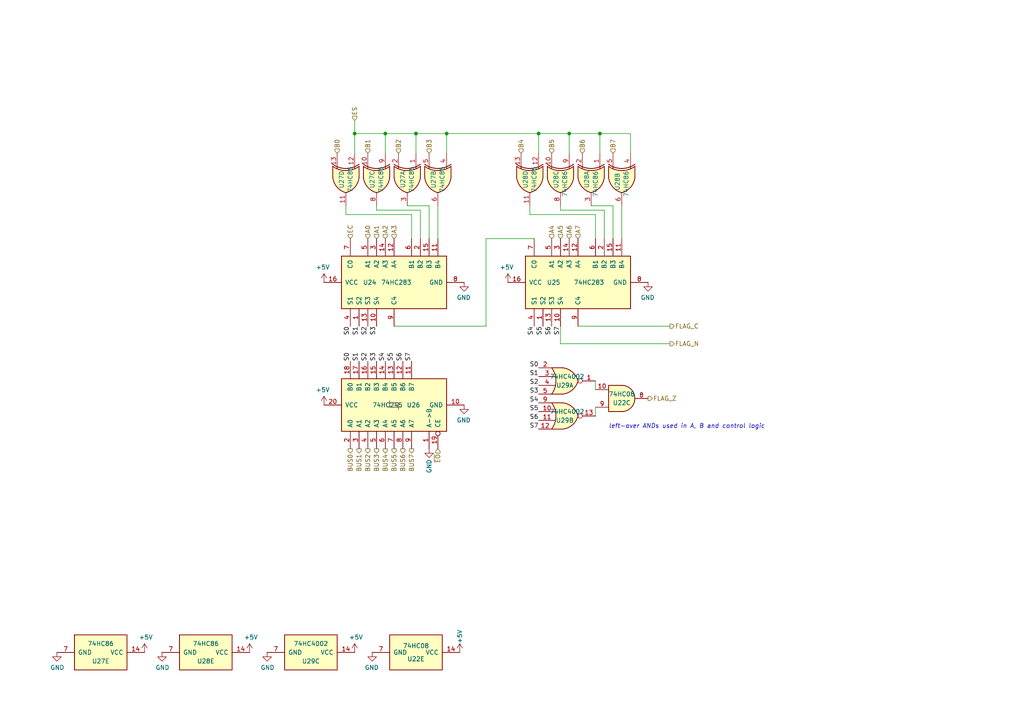
<source format=kicad_sch>
(kicad_sch (version 20211123) (generator eeschema)

  (uuid 5e186057-310c-40e8-84f7-f1bf0daca74f)

  (paper "A4")

  (title_block
    (title "Arithmetic and Logic Unit")
    (date "2022-07-09")
    (rev "1.6")
    (comment 2 "creativecommons.org/licenses/by-nc-sa/3.0/deed.en")
    (comment 3 "License: CC BY-NC-SA 3.0")
    (comment 4 "Author: Carsten Herting (slu4)")
  )

  (lib_symbols
    (symbol "74xx:74HC245" (pin_names (offset 1.016)) (in_bom yes) (on_board yes)
      (property "Reference" "U" (id 0) (at -7.62 16.51 0)
        (effects (font (size 1.27 1.27)))
      )
      (property "Value" "74HC245" (id 1) (at -7.62 -16.51 0)
        (effects (font (size 1.27 1.27)))
      )
      (property "Footprint" "" (id 2) (at 0 0 0)
        (effects (font (size 1.27 1.27)) hide)
      )
      (property "Datasheet" "http://www.ti.com/lit/gpn/sn74HC245" (id 3) (at 0 0 0)
        (effects (font (size 1.27 1.27)) hide)
      )
      (property "ki_locked" "" (id 4) (at 0 0 0)
        (effects (font (size 1.27 1.27)))
      )
      (property "ki_keywords" "HCMOS BUS 3State" (id 5) (at 0 0 0)
        (effects (font (size 1.27 1.27)) hide)
      )
      (property "ki_description" "Octal BUS Transceivers, 3-State outputs" (id 6) (at 0 0 0)
        (effects (font (size 1.27 1.27)) hide)
      )
      (property "ki_fp_filters" "DIP?20*" (id 7) (at 0 0 0)
        (effects (font (size 1.27 1.27)) hide)
      )
      (symbol "74HC245_1_0"
        (polyline
          (pts
            (xy -0.635 -1.27)
            (xy -0.635 1.27)
            (xy 0.635 1.27)
          )
          (stroke (width 0) (type default) (color 0 0 0 0))
          (fill (type none))
        )
        (polyline
          (pts
            (xy -1.27 -1.27)
            (xy 0.635 -1.27)
            (xy 0.635 1.27)
            (xy 1.27 1.27)
          )
          (stroke (width 0) (type default) (color 0 0 0 0))
          (fill (type none))
        )
        (pin input line (at -12.7 -10.16 0) (length 5.08)
          (name "A->B" (effects (font (size 1.27 1.27))))
          (number "1" (effects (font (size 1.27 1.27))))
        )
        (pin power_in line (at 0 -20.32 90) (length 5.08)
          (name "GND" (effects (font (size 1.27 1.27))))
          (number "10" (effects (font (size 1.27 1.27))))
        )
        (pin tri_state line (at 12.7 -5.08 180) (length 5.08)
          (name "B7" (effects (font (size 1.27 1.27))))
          (number "11" (effects (font (size 1.27 1.27))))
        )
        (pin tri_state line (at 12.7 -2.54 180) (length 5.08)
          (name "B6" (effects (font (size 1.27 1.27))))
          (number "12" (effects (font (size 1.27 1.27))))
        )
        (pin tri_state line (at 12.7 0 180) (length 5.08)
          (name "B5" (effects (font (size 1.27 1.27))))
          (number "13" (effects (font (size 1.27 1.27))))
        )
        (pin tri_state line (at 12.7 2.54 180) (length 5.08)
          (name "B4" (effects (font (size 1.27 1.27))))
          (number "14" (effects (font (size 1.27 1.27))))
        )
        (pin tri_state line (at 12.7 5.08 180) (length 5.08)
          (name "B3" (effects (font (size 1.27 1.27))))
          (number "15" (effects (font (size 1.27 1.27))))
        )
        (pin tri_state line (at 12.7 7.62 180) (length 5.08)
          (name "B2" (effects (font (size 1.27 1.27))))
          (number "16" (effects (font (size 1.27 1.27))))
        )
        (pin tri_state line (at 12.7 10.16 180) (length 5.08)
          (name "B1" (effects (font (size 1.27 1.27))))
          (number "17" (effects (font (size 1.27 1.27))))
        )
        (pin tri_state line (at 12.7 12.7 180) (length 5.08)
          (name "B0" (effects (font (size 1.27 1.27))))
          (number "18" (effects (font (size 1.27 1.27))))
        )
        (pin input inverted (at -12.7 -12.7 0) (length 5.08)
          (name "CE" (effects (font (size 1.27 1.27))))
          (number "19" (effects (font (size 1.27 1.27))))
        )
        (pin tri_state line (at -12.7 12.7 0) (length 5.08)
          (name "A0" (effects (font (size 1.27 1.27))))
          (number "2" (effects (font (size 1.27 1.27))))
        )
        (pin power_in line (at 0 20.32 270) (length 5.08)
          (name "VCC" (effects (font (size 1.27 1.27))))
          (number "20" (effects (font (size 1.27 1.27))))
        )
        (pin tri_state line (at -12.7 10.16 0) (length 5.08)
          (name "A1" (effects (font (size 1.27 1.27))))
          (number "3" (effects (font (size 1.27 1.27))))
        )
        (pin tri_state line (at -12.7 7.62 0) (length 5.08)
          (name "A2" (effects (font (size 1.27 1.27))))
          (number "4" (effects (font (size 1.27 1.27))))
        )
        (pin tri_state line (at -12.7 5.08 0) (length 5.08)
          (name "A3" (effects (font (size 1.27 1.27))))
          (number "5" (effects (font (size 1.27 1.27))))
        )
        (pin tri_state line (at -12.7 2.54 0) (length 5.08)
          (name "A4" (effects (font (size 1.27 1.27))))
          (number "6" (effects (font (size 1.27 1.27))))
        )
        (pin tri_state line (at -12.7 0 0) (length 5.08)
          (name "A5" (effects (font (size 1.27 1.27))))
          (number "7" (effects (font (size 1.27 1.27))))
        )
        (pin tri_state line (at -12.7 -2.54 0) (length 5.08)
          (name "A6" (effects (font (size 1.27 1.27))))
          (number "8" (effects (font (size 1.27 1.27))))
        )
        (pin tri_state line (at -12.7 -5.08 0) (length 5.08)
          (name "A7" (effects (font (size 1.27 1.27))))
          (number "9" (effects (font (size 1.27 1.27))))
        )
      )
      (symbol "74HC245_1_1"
        (rectangle (start -7.62 15.24) (end 7.62 -15.24)
          (stroke (width 0.254) (type default) (color 0 0 0 0))
          (fill (type background))
        )
      )
    )
    (symbol "74xx:74HC86" (pin_names (offset 1.016)) (in_bom yes) (on_board yes)
      (property "Reference" "U" (id 0) (at 0 1.27 0)
        (effects (font (size 1.27 1.27)))
      )
      (property "Value" "74HC86" (id 1) (at 0 -1.27 0)
        (effects (font (size 1.27 1.27)))
      )
      (property "Footprint" "" (id 2) (at 0 0 0)
        (effects (font (size 1.27 1.27)) hide)
      )
      (property "Datasheet" "http://www.ti.com/lit/gpn/sn74HC86" (id 3) (at 0 0 0)
        (effects (font (size 1.27 1.27)) hide)
      )
      (property "ki_locked" "" (id 4) (at 0 0 0)
        (effects (font (size 1.27 1.27)))
      )
      (property "ki_keywords" "TTL XOR2" (id 5) (at 0 0 0)
        (effects (font (size 1.27 1.27)) hide)
      )
      (property "ki_description" "Quad 2-input XOR" (id 6) (at 0 0 0)
        (effects (font (size 1.27 1.27)) hide)
      )
      (property "ki_fp_filters" "DIP*W7.62mm*" (id 7) (at 0 0 0)
        (effects (font (size 1.27 1.27)) hide)
      )
      (symbol "74HC86_1_0"
        (arc (start -4.4196 -3.81) (mid -3.2033 0) (end -4.4196 3.81)
          (stroke (width 0.254) (type default) (color 0 0 0 0))
          (fill (type none))
        )
        (arc (start -3.81 -3.81) (mid -2.589 0) (end -3.81 3.81)
          (stroke (width 0.254) (type default) (color 0 0 0 0))
          (fill (type none))
        )
        (arc (start -0.6096 -3.81) (mid 2.1842 -2.5851) (end 3.81 0)
          (stroke (width 0.254) (type default) (color 0 0 0 0))
          (fill (type background))
        )
        (polyline
          (pts
            (xy -3.81 -3.81)
            (xy -0.635 -3.81)
          )
          (stroke (width 0.254) (type default) (color 0 0 0 0))
          (fill (type background))
        )
        (polyline
          (pts
            (xy -3.81 3.81)
            (xy -0.635 3.81)
          )
          (stroke (width 0.254) (type default) (color 0 0 0 0))
          (fill (type background))
        )
        (polyline
          (pts
            (xy -0.635 3.81)
            (xy -3.81 3.81)
            (xy -3.81 3.81)
            (xy -3.556 3.4036)
            (xy -3.0226 2.2606)
            (xy -2.6924 1.0414)
            (xy -2.6162 -0.254)
            (xy -2.7686 -1.4986)
            (xy -3.175 -2.7178)
            (xy -3.81 -3.81)
            (xy -3.81 -3.81)
            (xy -0.635 -3.81)
          )
          (stroke (width -25.4) (type default) (color 0 0 0 0))
          (fill (type background))
        )
        (arc (start 3.81 0) (mid 2.1915 2.5936) (end -0.6096 3.81)
          (stroke (width 0.254) (type default) (color 0 0 0 0))
          (fill (type background))
        )
        (pin input line (at -7.62 2.54 0) (length 4.445)
          (name "~" (effects (font (size 1.27 1.27))))
          (number "1" (effects (font (size 1.27 1.27))))
        )
        (pin input line (at -7.62 -2.54 0) (length 4.445)
          (name "~" (effects (font (size 1.27 1.27))))
          (number "2" (effects (font (size 1.27 1.27))))
        )
        (pin output line (at 7.62 0 180) (length 3.81)
          (name "~" (effects (font (size 1.27 1.27))))
          (number "3" (effects (font (size 1.27 1.27))))
        )
      )
      (symbol "74HC86_1_1"
        (polyline
          (pts
            (xy -3.81 -2.54)
            (xy -3.175 -2.54)
          )
          (stroke (width 0.1524) (type default) (color 0 0 0 0))
          (fill (type none))
        )
        (polyline
          (pts
            (xy -3.81 2.54)
            (xy -3.175 2.54)
          )
          (stroke (width 0.1524) (type default) (color 0 0 0 0))
          (fill (type none))
        )
      )
      (symbol "74HC86_2_0"
        (arc (start -4.4196 -3.81) (mid -3.2033 0) (end -4.4196 3.81)
          (stroke (width 0.254) (type default) (color 0 0 0 0))
          (fill (type none))
        )
        (arc (start -3.81 -3.81) (mid -2.589 0) (end -3.81 3.81)
          (stroke (width 0.254) (type default) (color 0 0 0 0))
          (fill (type none))
        )
        (arc (start -0.6096 -3.81) (mid 2.1842 -2.5851) (end 3.81 0)
          (stroke (width 0.254) (type default) (color 0 0 0 0))
          (fill (type background))
        )
        (polyline
          (pts
            (xy -3.81 -3.81)
            (xy -0.635 -3.81)
          )
          (stroke (width 0.254) (type default) (color 0 0 0 0))
          (fill (type background))
        )
        (polyline
          (pts
            (xy -3.81 3.81)
            (xy -0.635 3.81)
          )
          (stroke (width 0.254) (type default) (color 0 0 0 0))
          (fill (type background))
        )
        (polyline
          (pts
            (xy -0.635 3.81)
            (xy -3.81 3.81)
            (xy -3.81 3.81)
            (xy -3.556 3.4036)
            (xy -3.0226 2.2606)
            (xy -2.6924 1.0414)
            (xy -2.6162 -0.254)
            (xy -2.7686 -1.4986)
            (xy -3.175 -2.7178)
            (xy -3.81 -3.81)
            (xy -3.81 -3.81)
            (xy -0.635 -3.81)
          )
          (stroke (width -25.4) (type default) (color 0 0 0 0))
          (fill (type background))
        )
        (arc (start 3.81 0) (mid 2.1915 2.5936) (end -0.6096 3.81)
          (stroke (width 0.254) (type default) (color 0 0 0 0))
          (fill (type background))
        )
        (pin input line (at -7.62 2.54 0) (length 4.445)
          (name "~" (effects (font (size 1.27 1.27))))
          (number "4" (effects (font (size 1.27 1.27))))
        )
        (pin input line (at -7.62 -2.54 0) (length 4.445)
          (name "~" (effects (font (size 1.27 1.27))))
          (number "5" (effects (font (size 1.27 1.27))))
        )
        (pin output line (at 7.62 0 180) (length 3.81)
          (name "~" (effects (font (size 1.27 1.27))))
          (number "6" (effects (font (size 1.27 1.27))))
        )
      )
      (symbol "74HC86_2_1"
        (polyline
          (pts
            (xy -3.81 -2.54)
            (xy -3.175 -2.54)
          )
          (stroke (width 0.1524) (type default) (color 0 0 0 0))
          (fill (type none))
        )
        (polyline
          (pts
            (xy -3.81 2.54)
            (xy -3.175 2.54)
          )
          (stroke (width 0.1524) (type default) (color 0 0 0 0))
          (fill (type none))
        )
      )
      (symbol "74HC86_3_0"
        (arc (start -4.4196 -3.81) (mid -3.2033 0) (end -4.4196 3.81)
          (stroke (width 0.254) (type default) (color 0 0 0 0))
          (fill (type none))
        )
        (arc (start -3.81 -3.81) (mid -2.589 0) (end -3.81 3.81)
          (stroke (width 0.254) (type default) (color 0 0 0 0))
          (fill (type none))
        )
        (arc (start -0.6096 -3.81) (mid 2.1842 -2.5851) (end 3.81 0)
          (stroke (width 0.254) (type default) (color 0 0 0 0))
          (fill (type background))
        )
        (polyline
          (pts
            (xy -3.81 -3.81)
            (xy -0.635 -3.81)
          )
          (stroke (width 0.254) (type default) (color 0 0 0 0))
          (fill (type background))
        )
        (polyline
          (pts
            (xy -3.81 3.81)
            (xy -0.635 3.81)
          )
          (stroke (width 0.254) (type default) (color 0 0 0 0))
          (fill (type background))
        )
        (polyline
          (pts
            (xy -0.635 3.81)
            (xy -3.81 3.81)
            (xy -3.81 3.81)
            (xy -3.556 3.4036)
            (xy -3.0226 2.2606)
            (xy -2.6924 1.0414)
            (xy -2.6162 -0.254)
            (xy -2.7686 -1.4986)
            (xy -3.175 -2.7178)
            (xy -3.81 -3.81)
            (xy -3.81 -3.81)
            (xy -0.635 -3.81)
          )
          (stroke (width -25.4) (type default) (color 0 0 0 0))
          (fill (type background))
        )
        (arc (start 3.81 0) (mid 2.1915 2.5936) (end -0.6096 3.81)
          (stroke (width 0.254) (type default) (color 0 0 0 0))
          (fill (type background))
        )
        (pin input line (at -7.62 -2.54 0) (length 4.445)
          (name "~" (effects (font (size 1.27 1.27))))
          (number "10" (effects (font (size 1.27 1.27))))
        )
        (pin output line (at 7.62 0 180) (length 3.81)
          (name "~" (effects (font (size 1.27 1.27))))
          (number "8" (effects (font (size 1.27 1.27))))
        )
        (pin input line (at -7.62 2.54 0) (length 4.445)
          (name "~" (effects (font (size 1.27 1.27))))
          (number "9" (effects (font (size 1.27 1.27))))
        )
      )
      (symbol "74HC86_3_1"
        (polyline
          (pts
            (xy -3.81 -2.54)
            (xy -3.175 -2.54)
          )
          (stroke (width 0.1524) (type default) (color 0 0 0 0))
          (fill (type none))
        )
        (polyline
          (pts
            (xy -3.81 2.54)
            (xy -3.175 2.54)
          )
          (stroke (width 0.1524) (type default) (color 0 0 0 0))
          (fill (type none))
        )
      )
      (symbol "74HC86_4_0"
        (arc (start -4.4196 -3.81) (mid -3.2033 0) (end -4.4196 3.81)
          (stroke (width 0.254) (type default) (color 0 0 0 0))
          (fill (type none))
        )
        (arc (start -3.81 -3.81) (mid -2.589 0) (end -3.81 3.81)
          (stroke (width 0.254) (type default) (color 0 0 0 0))
          (fill (type none))
        )
        (arc (start -0.6096 -3.81) (mid 2.1842 -2.5851) (end 3.81 0)
          (stroke (width 0.254) (type default) (color 0 0 0 0))
          (fill (type background))
        )
        (polyline
          (pts
            (xy -3.81 -3.81)
            (xy -0.635 -3.81)
          )
          (stroke (width 0.254) (type default) (color 0 0 0 0))
          (fill (type background))
        )
        (polyline
          (pts
            (xy -3.81 3.81)
            (xy -0.635 3.81)
          )
          (stroke (width 0.254) (type default) (color 0 0 0 0))
          (fill (type background))
        )
        (polyline
          (pts
            (xy -0.635 3.81)
            (xy -3.81 3.81)
            (xy -3.81 3.81)
            (xy -3.556 3.4036)
            (xy -3.0226 2.2606)
            (xy -2.6924 1.0414)
            (xy -2.6162 -0.254)
            (xy -2.7686 -1.4986)
            (xy -3.175 -2.7178)
            (xy -3.81 -3.81)
            (xy -3.81 -3.81)
            (xy -0.635 -3.81)
          )
          (stroke (width -25.4) (type default) (color 0 0 0 0))
          (fill (type background))
        )
        (arc (start 3.81 0) (mid 2.1915 2.5936) (end -0.6096 3.81)
          (stroke (width 0.254) (type default) (color 0 0 0 0))
          (fill (type background))
        )
        (pin output line (at 7.62 0 180) (length 3.81)
          (name "~" (effects (font (size 1.27 1.27))))
          (number "11" (effects (font (size 1.27 1.27))))
        )
        (pin input line (at -7.62 2.54 0) (length 4.445)
          (name "~" (effects (font (size 1.27 1.27))))
          (number "12" (effects (font (size 1.27 1.27))))
        )
        (pin input line (at -7.62 -2.54 0) (length 4.445)
          (name "~" (effects (font (size 1.27 1.27))))
          (number "13" (effects (font (size 1.27 1.27))))
        )
      )
      (symbol "74HC86_4_1"
        (polyline
          (pts
            (xy -3.81 -2.54)
            (xy -3.175 -2.54)
          )
          (stroke (width 0.1524) (type default) (color 0 0 0 0))
          (fill (type none))
        )
        (polyline
          (pts
            (xy -3.81 2.54)
            (xy -3.175 2.54)
          )
          (stroke (width 0.1524) (type default) (color 0 0 0 0))
          (fill (type none))
        )
      )
      (symbol "74HC86_5_0"
        (pin power_in line (at 0 12.7 270) (length 5.08)
          (name "VCC" (effects (font (size 1.27 1.27))))
          (number "14" (effects (font (size 1.27 1.27))))
        )
        (pin power_in line (at 0 -12.7 90) (length 5.08)
          (name "GND" (effects (font (size 1.27 1.27))))
          (number "7" (effects (font (size 1.27 1.27))))
        )
      )
      (symbol "74HC86_5_1"
        (rectangle (start -5.08 7.62) (end 5.08 -7.62)
          (stroke (width 0.254) (type default) (color 0 0 0 0))
          (fill (type background))
        )
      )
    )
    (symbol "8-Bit CPU 32k:74HC08" (pin_names (offset 1.016)) (in_bom yes) (on_board yes)
      (property "Reference" "U" (id 0) (at 0 1.27 0)
        (effects (font (size 1.27 1.27)))
      )
      (property "Value" "74HC08" (id 1) (at 0 -1.27 0)
        (effects (font (size 1.27 1.27)))
      )
      (property "Footprint" "" (id 2) (at 0 0 0)
        (effects (font (size 1.27 1.27)) hide)
      )
      (property "Datasheet" "http://www.ti.com/lit/gpn/sn74LS08" (id 3) (at 0 0 0)
        (effects (font (size 1.27 1.27)) hide)
      )
      (property "ki_locked" "" (id 4) (at 0 0 0)
        (effects (font (size 1.27 1.27)))
      )
      (property "ki_keywords" "TTL and2" (id 5) (at 0 0 0)
        (effects (font (size 1.27 1.27)) hide)
      )
      (property "ki_description" "Quad And2" (id 6) (at 0 0 0)
        (effects (font (size 1.27 1.27)) hide)
      )
      (property "ki_fp_filters" "DIP*W7.62mm*" (id 7) (at 0 0 0)
        (effects (font (size 1.27 1.27)) hide)
      )
      (symbol "74HC08_1_1"
        (arc (start 0 -3.81) (mid 3.81 0) (end 0 3.81)
          (stroke (width 0.254) (type default) (color 0 0 0 0))
          (fill (type background))
        )
        (polyline
          (pts
            (xy 0 3.81)
            (xy -3.81 3.81)
            (xy -3.81 -3.81)
            (xy 0 -3.81)
          )
          (stroke (width 0.254) (type default) (color 0 0 0 0))
          (fill (type background))
        )
        (pin input line (at -7.62 2.54 0) (length 3.81)
          (name "~" (effects (font (size 1.27 1.27))))
          (number "1" (effects (font (size 1.27 1.27))))
        )
        (pin input line (at -7.62 -2.54 0) (length 3.81)
          (name "~" (effects (font (size 1.27 1.27))))
          (number "2" (effects (font (size 1.27 1.27))))
        )
        (pin output line (at 7.62 0 180) (length 3.81)
          (name "~" (effects (font (size 1.27 1.27))))
          (number "3" (effects (font (size 1.27 1.27))))
        )
      )
      (symbol "74HC08_1_2"
        (arc (start -3.81 -3.81) (mid -2.589 0) (end -3.81 3.81)
          (stroke (width 0.254) (type default) (color 0 0 0 0))
          (fill (type none))
        )
        (arc (start -0.6096 -3.81) (mid 2.1842 -2.5851) (end 3.81 0)
          (stroke (width 0.254) (type default) (color 0 0 0 0))
          (fill (type background))
        )
        (polyline
          (pts
            (xy -3.81 -3.81)
            (xy -0.635 -3.81)
          )
          (stroke (width 0.254) (type default) (color 0 0 0 0))
          (fill (type background))
        )
        (polyline
          (pts
            (xy -3.81 3.81)
            (xy -0.635 3.81)
          )
          (stroke (width 0.254) (type default) (color 0 0 0 0))
          (fill (type background))
        )
        (polyline
          (pts
            (xy -0.635 3.81)
            (xy -3.81 3.81)
            (xy -3.81 3.81)
            (xy -3.556 3.4036)
            (xy -3.0226 2.2606)
            (xy -2.6924 1.0414)
            (xy -2.6162 -0.254)
            (xy -2.7686 -1.4986)
            (xy -3.175 -2.7178)
            (xy -3.81 -3.81)
            (xy -3.81 -3.81)
            (xy -0.635 -3.81)
          )
          (stroke (width -25.4) (type default) (color 0 0 0 0))
          (fill (type background))
        )
        (arc (start 3.81 0) (mid 2.1915 2.5936) (end -0.6096 3.81)
          (stroke (width 0.254) (type default) (color 0 0 0 0))
          (fill (type background))
        )
        (pin input inverted (at -7.62 2.54 0) (length 4.318)
          (name "~" (effects (font (size 1.27 1.27))))
          (number "1" (effects (font (size 1.27 1.27))))
        )
        (pin input inverted (at -7.62 -2.54 0) (length 4.318)
          (name "~" (effects (font (size 1.27 1.27))))
          (number "2" (effects (font (size 1.27 1.27))))
        )
        (pin output inverted (at 7.62 0 180) (length 3.81)
          (name "~" (effects (font (size 1.27 1.27))))
          (number "3" (effects (font (size 1.27 1.27))))
        )
      )
      (symbol "74HC08_2_1"
        (arc (start 0 -3.81) (mid 3.81 0) (end 0 3.81)
          (stroke (width 0.254) (type default) (color 0 0 0 0))
          (fill (type background))
        )
        (polyline
          (pts
            (xy 0 3.81)
            (xy -3.81 3.81)
            (xy -3.81 -3.81)
            (xy 0 -3.81)
          )
          (stroke (width 0.254) (type default) (color 0 0 0 0))
          (fill (type background))
        )
        (pin input line (at -7.62 2.54 0) (length 3.81)
          (name "~" (effects (font (size 1.27 1.27))))
          (number "4" (effects (font (size 1.27 1.27))))
        )
        (pin input line (at -7.62 -2.54 0) (length 3.81)
          (name "~" (effects (font (size 1.27 1.27))))
          (number "5" (effects (font (size 1.27 1.27))))
        )
        (pin output line (at 7.62 0 180) (length 3.81)
          (name "~" (effects (font (size 1.27 1.27))))
          (number "6" (effects (font (size 1.27 1.27))))
        )
      )
      (symbol "74HC08_2_2"
        (arc (start -3.81 -3.81) (mid -2.589 0) (end -3.81 3.81)
          (stroke (width 0.254) (type default) (color 0 0 0 0))
          (fill (type none))
        )
        (arc (start -0.6096 -3.81) (mid 2.1842 -2.5851) (end 3.81 0)
          (stroke (width 0.254) (type default) (color 0 0 0 0))
          (fill (type background))
        )
        (polyline
          (pts
            (xy -3.81 -3.81)
            (xy -0.635 -3.81)
          )
          (stroke (width 0.254) (type default) (color 0 0 0 0))
          (fill (type background))
        )
        (polyline
          (pts
            (xy -3.81 3.81)
            (xy -0.635 3.81)
          )
          (stroke (width 0.254) (type default) (color 0 0 0 0))
          (fill (type background))
        )
        (polyline
          (pts
            (xy -0.635 3.81)
            (xy -3.81 3.81)
            (xy -3.81 3.81)
            (xy -3.556 3.4036)
            (xy -3.0226 2.2606)
            (xy -2.6924 1.0414)
            (xy -2.6162 -0.254)
            (xy -2.7686 -1.4986)
            (xy -3.175 -2.7178)
            (xy -3.81 -3.81)
            (xy -3.81 -3.81)
            (xy -0.635 -3.81)
          )
          (stroke (width -25.4) (type default) (color 0 0 0 0))
          (fill (type background))
        )
        (arc (start 3.81 0) (mid 2.1915 2.5936) (end -0.6096 3.81)
          (stroke (width 0.254) (type default) (color 0 0 0 0))
          (fill (type background))
        )
        (pin input inverted (at -7.62 2.54 0) (length 4.318)
          (name "~" (effects (font (size 1.27 1.27))))
          (number "4" (effects (font (size 1.27 1.27))))
        )
        (pin input inverted (at -7.62 -2.54 0) (length 4.318)
          (name "~" (effects (font (size 1.27 1.27))))
          (number "5" (effects (font (size 1.27 1.27))))
        )
        (pin output inverted (at 7.62 0 180) (length 3.81)
          (name "~" (effects (font (size 1.27 1.27))))
          (number "6" (effects (font (size 1.27 1.27))))
        )
      )
      (symbol "74HC08_3_1"
        (arc (start 0 -3.81) (mid 3.81 0) (end 0 3.81)
          (stroke (width 0.254) (type default) (color 0 0 0 0))
          (fill (type background))
        )
        (polyline
          (pts
            (xy 0 3.81)
            (xy -3.81 3.81)
            (xy -3.81 -3.81)
            (xy 0 -3.81)
          )
          (stroke (width 0.254) (type default) (color 0 0 0 0))
          (fill (type background))
        )
        (pin input line (at -7.62 -2.54 0) (length 3.81)
          (name "~" (effects (font (size 1.27 1.27))))
          (number "10" (effects (font (size 1.27 1.27))))
        )
        (pin output line (at 7.62 0 180) (length 3.81)
          (name "~" (effects (font (size 1.27 1.27))))
          (number "8" (effects (font (size 1.27 1.27))))
        )
        (pin input line (at -7.62 2.54 0) (length 3.81)
          (name "~" (effects (font (size 1.27 1.27))))
          (number "9" (effects (font (size 1.27 1.27))))
        )
      )
      (symbol "74HC08_3_2"
        (arc (start -3.81 -3.81) (mid -2.589 0) (end -3.81 3.81)
          (stroke (width 0.254) (type default) (color 0 0 0 0))
          (fill (type none))
        )
        (arc (start -0.6096 -3.81) (mid 2.1842 -2.5851) (end 3.81 0)
          (stroke (width 0.254) (type default) (color 0 0 0 0))
          (fill (type background))
        )
        (polyline
          (pts
            (xy -3.81 -3.81)
            (xy -0.635 -3.81)
          )
          (stroke (width 0.254) (type default) (color 0 0 0 0))
          (fill (type background))
        )
        (polyline
          (pts
            (xy -3.81 3.81)
            (xy -0.635 3.81)
          )
          (stroke (width 0.254) (type default) (color 0 0 0 0))
          (fill (type background))
        )
        (polyline
          (pts
            (xy -0.635 3.81)
            (xy -3.81 3.81)
            (xy -3.81 3.81)
            (xy -3.556 3.4036)
            (xy -3.0226 2.2606)
            (xy -2.6924 1.0414)
            (xy -2.6162 -0.254)
            (xy -2.7686 -1.4986)
            (xy -3.175 -2.7178)
            (xy -3.81 -3.81)
            (xy -3.81 -3.81)
            (xy -0.635 -3.81)
          )
          (stroke (width -25.4) (type default) (color 0 0 0 0))
          (fill (type background))
        )
        (arc (start 3.81 0) (mid 2.1915 2.5936) (end -0.6096 3.81)
          (stroke (width 0.254) (type default) (color 0 0 0 0))
          (fill (type background))
        )
        (pin input inverted (at -7.62 -2.54 0) (length 4.318)
          (name "~" (effects (font (size 1.27 1.27))))
          (number "10" (effects (font (size 1.27 1.27))))
        )
        (pin output inverted (at 7.62 0 180) (length 3.81)
          (name "~" (effects (font (size 1.27 1.27))))
          (number "8" (effects (font (size 1.27 1.27))))
        )
        (pin input inverted (at -7.62 2.54 0) (length 4.318)
          (name "~" (effects (font (size 1.27 1.27))))
          (number "9" (effects (font (size 1.27 1.27))))
        )
      )
      (symbol "74HC08_4_1"
        (arc (start 0 -3.81) (mid 3.81 0) (end 0 3.81)
          (stroke (width 0.254) (type default) (color 0 0 0 0))
          (fill (type background))
        )
        (polyline
          (pts
            (xy 0 3.81)
            (xy -3.81 3.81)
            (xy -3.81 -3.81)
            (xy 0 -3.81)
          )
          (stroke (width 0.254) (type default) (color 0 0 0 0))
          (fill (type background))
        )
        (pin output line (at 7.62 0 180) (length 3.81)
          (name "~" (effects (font (size 1.27 1.27))))
          (number "11" (effects (font (size 1.27 1.27))))
        )
        (pin input line (at -7.62 2.54 0) (length 3.81)
          (name "~" (effects (font (size 1.27 1.27))))
          (number "12" (effects (font (size 1.27 1.27))))
        )
        (pin input line (at -7.62 -2.54 0) (length 3.81)
          (name "~" (effects (font (size 1.27 1.27))))
          (number "13" (effects (font (size 1.27 1.27))))
        )
      )
      (symbol "74HC08_4_2"
        (arc (start -3.81 -3.81) (mid -2.589 0) (end -3.81 3.81)
          (stroke (width 0.254) (type default) (color 0 0 0 0))
          (fill (type none))
        )
        (arc (start -0.6096 -3.81) (mid 2.1842 -2.5851) (end 3.81 0)
          (stroke (width 0.254) (type default) (color 0 0 0 0))
          (fill (type background))
        )
        (polyline
          (pts
            (xy -3.81 -3.81)
            (xy -0.635 -3.81)
          )
          (stroke (width 0.254) (type default) (color 0 0 0 0))
          (fill (type background))
        )
        (polyline
          (pts
            (xy -3.81 3.81)
            (xy -0.635 3.81)
          )
          (stroke (width 0.254) (type default) (color 0 0 0 0))
          (fill (type background))
        )
        (polyline
          (pts
            (xy -0.635 3.81)
            (xy -3.81 3.81)
            (xy -3.81 3.81)
            (xy -3.556 3.4036)
            (xy -3.0226 2.2606)
            (xy -2.6924 1.0414)
            (xy -2.6162 -0.254)
            (xy -2.7686 -1.4986)
            (xy -3.175 -2.7178)
            (xy -3.81 -3.81)
            (xy -3.81 -3.81)
            (xy -0.635 -3.81)
          )
          (stroke (width -25.4) (type default) (color 0 0 0 0))
          (fill (type background))
        )
        (arc (start 3.81 0) (mid 2.1915 2.5936) (end -0.6096 3.81)
          (stroke (width 0.254) (type default) (color 0 0 0 0))
          (fill (type background))
        )
        (pin output inverted (at 7.62 0 180) (length 3.81)
          (name "~" (effects (font (size 1.27 1.27))))
          (number "11" (effects (font (size 1.27 1.27))))
        )
        (pin input inverted (at -7.62 2.54 0) (length 4.318)
          (name "~" (effects (font (size 1.27 1.27))))
          (number "12" (effects (font (size 1.27 1.27))))
        )
        (pin input inverted (at -7.62 -2.54 0) (length 4.318)
          (name "~" (effects (font (size 1.27 1.27))))
          (number "13" (effects (font (size 1.27 1.27))))
        )
      )
      (symbol "74HC08_5_0"
        (pin power_in line (at 0 12.7 270) (length 5.08)
          (name "VCC" (effects (font (size 1.27 1.27))))
          (number "14" (effects (font (size 1.27 1.27))))
        )
        (pin power_in line (at 0 -12.7 90) (length 5.08)
          (name "GND" (effects (font (size 1.27 1.27))))
          (number "7" (effects (font (size 1.27 1.27))))
        )
      )
      (symbol "74HC08_5_1"
        (rectangle (start -5.08 7.62) (end 5.08 -7.62)
          (stroke (width 0.254) (type default) (color 0 0 0 0))
          (fill (type background))
        )
      )
    )
    (symbol "8-Bit CPU 32k:74HC283" (pin_names (offset 1.016)) (in_bom yes) (on_board yes)
      (property "Reference" "U" (id 0) (at 0 -5.08 90)
        (effects (font (size 1.27 1.27)))
      )
      (property "Value" "74HC283" (id 1) (at 0 3.81 90)
        (effects (font (size 1.27 1.27)))
      )
      (property "Footprint" "" (id 2) (at 0 0 0)
        (effects (font (size 1.27 1.27)) hide)
      )
      (property "Datasheet" "http://www.ti.com/lit/gpn/sn74LS283" (id 3) (at 0 0 0)
        (effects (font (size 1.27 1.27)) hide)
      )
      (property "ki_locked" "" (id 4) (at 0 0 0)
        (effects (font (size 1.27 1.27)))
      )
      (property "ki_keywords" "TTL ADD Arith ALU" (id 5) (at 0 0 0)
        (effects (font (size 1.27 1.27)) hide)
      )
      (property "ki_description" "4-bit full Adder" (id 6) (at 0 0 0)
        (effects (font (size 1.27 1.27)) hide)
      )
      (property "ki_fp_filters" "DIP?16*" (id 7) (at 0 0 0)
        (effects (font (size 1.27 1.27)) hide)
      )
      (symbol "74HC283_1_0"
        (pin output line (at 12.7 10.16 180) (length 5.08)
          (name "S2" (effects (font (size 1.27 1.27))))
          (number "1" (effects (font (size 1.27 1.27))))
        )
        (pin output line (at 12.7 5.08 180) (length 5.08)
          (name "S4" (effects (font (size 1.27 1.27))))
          (number "10" (effects (font (size 1.27 1.27))))
        )
        (pin input line (at -12.7 -12.7 0) (length 5.08)
          (name "B4" (effects (font (size 1.27 1.27))))
          (number "11" (effects (font (size 1.27 1.27))))
        )
        (pin input line (at -12.7 0 0) (length 5.08)
          (name "A4" (effects (font (size 1.27 1.27))))
          (number "12" (effects (font (size 1.27 1.27))))
        )
        (pin output line (at 12.7 7.62 180) (length 5.08)
          (name "S3" (effects (font (size 1.27 1.27))))
          (number "13" (effects (font (size 1.27 1.27))))
        )
        (pin input line (at -12.7 2.54 0) (length 5.08)
          (name "A3" (effects (font (size 1.27 1.27))))
          (number "14" (effects (font (size 1.27 1.27))))
        )
        (pin input line (at -12.7 -10.16 0) (length 5.08)
          (name "B3" (effects (font (size 1.27 1.27))))
          (number "15" (effects (font (size 1.27 1.27))))
        )
        (pin power_in line (at 0 20.32 270) (length 5.08)
          (name "VCC" (effects (font (size 1.27 1.27))))
          (number "16" (effects (font (size 1.27 1.27))))
        )
        (pin input line (at -12.7 -7.62 0) (length 5.08)
          (name "B2" (effects (font (size 1.27 1.27))))
          (number "2" (effects (font (size 1.27 1.27))))
        )
        (pin input line (at -12.7 5.08 0) (length 5.08)
          (name "A2" (effects (font (size 1.27 1.27))))
          (number "3" (effects (font (size 1.27 1.27))))
        )
        (pin output line (at 12.7 12.7 180) (length 5.08)
          (name "S1" (effects (font (size 1.27 1.27))))
          (number "4" (effects (font (size 1.27 1.27))))
        )
        (pin input line (at -12.7 7.62 0) (length 5.08)
          (name "A1" (effects (font (size 1.27 1.27))))
          (number "5" (effects (font (size 1.27 1.27))))
        )
        (pin input line (at -12.7 -5.08 0) (length 5.08)
          (name "B1" (effects (font (size 1.27 1.27))))
          (number "6" (effects (font (size 1.27 1.27))))
        )
        (pin input line (at -12.7 12.7 0) (length 5.08)
          (name "C0" (effects (font (size 1.27 1.27))))
          (number "7" (effects (font (size 1.27 1.27))))
        )
        (pin power_in line (at 0 -20.32 90) (length 5.08)
          (name "GND" (effects (font (size 1.27 1.27))))
          (number "8" (effects (font (size 1.27 1.27))))
        )
        (pin output line (at 12.7 0 180) (length 5.08)
          (name "C4" (effects (font (size 1.27 1.27))))
          (number "9" (effects (font (size 1.27 1.27))))
        )
      )
      (symbol "74HC283_1_1"
        (rectangle (start -7.62 15.24) (end 7.62 -15.24)
          (stroke (width 0.254) (type default) (color 0 0 0 0))
          (fill (type background))
        )
      )
    )
    (symbol "Minimal Expansion:74HC4002" (pin_names (offset 1.016)) (in_bom yes) (on_board yes)
      (property "Reference" "U" (id 0) (at 2.54 1.27 0)
        (effects (font (size 1.27 1.27)))
      )
      (property "Value" "74HC4002" (id 1) (at 5.08 -2.54 0)
        (effects (font (size 1.27 1.27)))
      )
      (property "Footprint" "" (id 2) (at -2.54 0 0)
        (effects (font (size 1.27 1.27)) hide)
      )
      (property "Datasheet" "" (id 3) (at -2.54 0 0)
        (effects (font (size 1.27 1.27)) hide)
      )
      (property "ki_locked" "" (id 4) (at 0 0 0)
        (effects (font (size 1.27 1.27)))
      )
      (property "ki_fp_filters" "DIP?12*" (id 5) (at 0 0 0)
        (effects (font (size 1.27 1.27)) hide)
      )
      (symbol "74HC4002_1_1"
        (arc (start -2.54 -3.81) (mid -1.319 0) (end -2.54 3.81)
          (stroke (width 0.254) (type default) (color 0 0 0 0))
          (fill (type none))
        )
        (polyline
          (pts
            (xy -2.54 -3.81)
            (xy 0.635 -3.81)
          )
          (stroke (width 0.254) (type default) (color 0 0 0 0))
          (fill (type background))
        )
        (polyline
          (pts
            (xy -2.54 3.81)
            (xy 0.635 3.81)
          )
          (stroke (width 0.254) (type default) (color 0 0 0 0))
          (fill (type background))
        )
        (polyline
          (pts
            (xy 0.635 3.81)
            (xy -2.54 3.81)
            (xy -2.54 3.81)
            (xy -2.286 3.4036)
            (xy -1.7526 2.2606)
            (xy -1.4224 1.0414)
            (xy -1.3462 -0.254)
            (xy -1.4986 -1.4986)
            (xy -1.905 -2.7178)
            (xy -2.54 -3.81)
            (xy -2.54 -3.81)
            (xy 0.635 -3.81)
          )
          (stroke (width -25.4) (type default) (color 0 0 0 0))
          (fill (type background))
        )
        (arc (start 0.6604 -3.81) (mid 3.4542 -2.5851) (end 5.08 0)
          (stroke (width 0.254) (type default) (color 0 0 0 0))
          (fill (type background))
        )
        (arc (start 5.08 0) (mid 3.4615 2.5936) (end 0.6604 3.81)
          (stroke (width 0.254) (type default) (color 0 0 0 0))
          (fill (type background))
        )
        (circle (center 5.715 0) (radius 0.635)
          (stroke (width 0) (type default) (color 0 0 0 0))
          (fill (type none))
        )
        (pin output line (at 10.16 0 180) (length 3.81)
          (name "~" (effects (font (size 1.27 1.27))))
          (number "1" (effects (font (size 1.27 1.27))))
        )
        (pin input line (at -6.35 3.81 0) (length 3.81)
          (name "~" (effects (font (size 1.27 1.27))))
          (number "2" (effects (font (size 1.27 1.27))))
        )
        (pin input line (at -6.35 1.27 0) (length 4.9022)
          (name "~" (effects (font (size 1.27 1.27))))
          (number "3" (effects (font (size 1.27 1.27))))
        )
        (pin input line (at -6.35 -1.27 0) (length 4.9022)
          (name "~" (effects (font (size 1.27 1.27))))
          (number "4" (effects (font (size 1.27 1.27))))
        )
        (pin input line (at -6.35 -3.81 0) (length 3.81)
          (name "~" (effects (font (size 1.27 1.27))))
          (number "5" (effects (font (size 1.27 1.27))))
        )
      )
      (symbol "74HC4002_1_2"
        (arc (start -3.81 -4.445) (mid -2.5908 0) (end -3.81 4.445)
          (stroke (width 0.254) (type default) (color 0 0 0 0))
          (fill (type none))
        )
        (arc (start -0.6096 -4.445) (mid 2.2246 -2.8422) (end 3.81 0)
          (stroke (width 0.254) (type default) (color 0 0 0 0))
          (fill (type background))
        )
        (polyline
          (pts
            (xy -3.81 -4.445)
            (xy -0.635 -4.445)
          )
          (stroke (width 0.254) (type default) (color 0 0 0 0))
          (fill (type background))
        )
        (polyline
          (pts
            (xy -3.81 4.445)
            (xy -0.635 4.445)
          )
          (stroke (width 0.254) (type default) (color 0 0 0 0))
          (fill (type background))
        )
        (polyline
          (pts
            (xy -0.635 4.445)
            (xy -3.81 4.445)
            (xy -3.81 4.445)
            (xy -3.6322 4.0894)
            (xy -3.0988 2.921)
            (xy -2.7686 1.6764)
            (xy -2.6162 0.4318)
            (xy -2.6416 -0.8636)
            (xy -2.8702 -2.1082)
            (xy -3.2512 -3.3274)
            (xy -3.81 -4.445)
            (xy -3.81 -4.445)
            (xy -0.635 -4.445)
          )
          (stroke (width -25.4) (type default) (color 0 0 0 0))
          (fill (type background))
        )
        (arc (start 3.81 0) (mid 2.2204 2.8379) (end -0.6096 4.445)
          (stroke (width 0.254) (type default) (color 0 0 0 0))
          (fill (type background))
        )
        (pin input inverted (at -7.62 3.81 0) (length 3.81)
          (name "~" (effects (font (size 1.27 1.27))))
          (number "1" (effects (font (size 1.27 1.27))))
        )
        (pin input inverted (at -7.62 1.27 0) (length 4.826)
          (name "~" (effects (font (size 1.27 1.27))))
          (number "2" (effects (font (size 1.27 1.27))))
        )
        (pin input inverted (at -7.62 -1.27 0) (length 4.826)
          (name "~" (effects (font (size 1.27 1.27))))
          (number "4" (effects (font (size 1.27 1.27))))
        )
        (pin input inverted (at -7.62 -3.81 0) (length 3.81)
          (name "~" (effects (font (size 1.27 1.27))))
          (number "5" (effects (font (size 1.27 1.27))))
        )
        (pin output inverted (at 7.62 0 180) (length 3.81)
          (name "~" (effects (font (size 1.27 1.27))))
          (number "6" (effects (font (size 1.27 1.27))))
        )
      )
      (symbol "74HC4002_2_1"
        (arc (start -2.54 -3.81) (mid -1.319 0) (end -2.54 3.81)
          (stroke (width 0.254) (type default) (color 0 0 0 0))
          (fill (type none))
        )
        (polyline
          (pts
            (xy -2.54 -3.81)
            (xy 0.635 -3.81)
          )
          (stroke (width 0.254) (type default) (color 0 0 0 0))
          (fill (type background))
        )
        (polyline
          (pts
            (xy -2.54 3.81)
            (xy 0.635 3.81)
          )
          (stroke (width 0.254) (type default) (color 0 0 0 0))
          (fill (type background))
        )
        (polyline
          (pts
            (xy 0.635 3.81)
            (xy -2.54 3.81)
            (xy -2.54 3.81)
            (xy -2.286 3.4036)
            (xy -1.7526 2.2606)
            (xy -1.4224 1.0414)
            (xy -1.3462 -0.254)
            (xy -1.4986 -1.4986)
            (xy -1.905 -2.7178)
            (xy -2.54 -3.81)
            (xy -2.54 -3.81)
            (xy 0.635 -3.81)
          )
          (stroke (width -25.4) (type default) (color 0 0 0 0))
          (fill (type background))
        )
        (arc (start 0.6604 -3.81) (mid 3.4542 -2.5851) (end 5.08 0)
          (stroke (width 0.254) (type default) (color 0 0 0 0))
          (fill (type background))
        )
        (arc (start 5.08 0) (mid 3.4615 2.5936) (end 0.6604 3.81)
          (stroke (width 0.254) (type default) (color 0 0 0 0))
          (fill (type background))
        )
        (circle (center 5.715 0) (radius 0.635)
          (stroke (width 0) (type default) (color 0 0 0 0))
          (fill (type none))
        )
        (pin input line (at -6.35 1.27 0) (length 4.9022)
          (name "~" (effects (font (size 1.27 1.27))))
          (number "10" (effects (font (size 1.27 1.27))))
        )
        (pin input line (at -6.35 -1.27 0) (length 4.9022)
          (name "~" (effects (font (size 1.27 1.27))))
          (number "11" (effects (font (size 1.27 1.27))))
        )
        (pin input line (at -6.35 -3.81 0) (length 3.81)
          (name "~" (effects (font (size 1.27 1.27))))
          (number "12" (effects (font (size 1.27 1.27))))
        )
        (pin output line (at 10.16 0 180) (length 3.81)
          (name "~" (effects (font (size 1.27 1.27))))
          (number "13" (effects (font (size 1.27 1.27))))
        )
        (pin input line (at -6.35 3.81 0) (length 3.81)
          (name "~" (effects (font (size 1.27 1.27))))
          (number "9" (effects (font (size 1.27 1.27))))
        )
      )
      (symbol "74HC4002_2_2"
        (arc (start -3.81 -4.445) (mid -2.5908 0) (end -3.81 4.445)
          (stroke (width 0.254) (type default) (color 0 0 0 0))
          (fill (type none))
        )
        (arc (start -0.6096 -4.445) (mid 2.2246 -2.8422) (end 3.81 0)
          (stroke (width 0.254) (type default) (color 0 0 0 0))
          (fill (type background))
        )
        (polyline
          (pts
            (xy -3.81 -4.445)
            (xy -0.635 -4.445)
          )
          (stroke (width 0.254) (type default) (color 0 0 0 0))
          (fill (type background))
        )
        (polyline
          (pts
            (xy -3.81 4.445)
            (xy -0.635 4.445)
          )
          (stroke (width 0.254) (type default) (color 0 0 0 0))
          (fill (type background))
        )
        (polyline
          (pts
            (xy -0.635 4.445)
            (xy -3.81 4.445)
            (xy -3.81 4.445)
            (xy -3.6322 4.0894)
            (xy -3.0988 2.921)
            (xy -2.7686 1.6764)
            (xy -2.6162 0.4318)
            (xy -2.6416 -0.8636)
            (xy -2.8702 -2.1082)
            (xy -3.2512 -3.3274)
            (xy -3.81 -4.445)
            (xy -3.81 -4.445)
            (xy -0.635 -4.445)
          )
          (stroke (width -25.4) (type default) (color 0 0 0 0))
          (fill (type background))
        )
        (arc (start 3.81 0) (mid 2.2204 2.8379) (end -0.6096 4.445)
          (stroke (width 0.254) (type default) (color 0 0 0 0))
          (fill (type background))
        )
        (pin input inverted (at -7.62 1.27 0) (length 4.826)
          (name "~" (effects (font (size 1.27 1.27))))
          (number "10" (effects (font (size 1.27 1.27))))
        )
        (pin input inverted (at -7.62 -1.27 0) (length 4.826)
          (name "~" (effects (font (size 1.27 1.27))))
          (number "12" (effects (font (size 1.27 1.27))))
        )
        (pin input inverted (at -7.62 -3.81 0) (length 3.81)
          (name "~" (effects (font (size 1.27 1.27))))
          (number "13" (effects (font (size 1.27 1.27))))
        )
        (pin output inverted (at 7.62 0 180) (length 3.81)
          (name "~" (effects (font (size 1.27 1.27))))
          (number "8" (effects (font (size 1.27 1.27))))
        )
        (pin input inverted (at -7.62 3.81 0) (length 3.81)
          (name "~" (effects (font (size 1.27 1.27))))
          (number "9" (effects (font (size 1.27 1.27))))
        )
      )
      (symbol "74HC4002_3_0"
        (pin power_in line (at 0 12.7 270) (length 5.08)
          (name "VCC" (effects (font (size 1.27 1.27))))
          (number "14" (effects (font (size 1.27 1.27))))
        )
        (pin power_in line (at 0 -12.7 90) (length 5.08)
          (name "GND" (effects (font (size 1.27 1.27))))
          (number "7" (effects (font (size 1.27 1.27))))
        )
      )
      (symbol "74HC4002_3_1"
        (rectangle (start -5.08 7.62) (end 5.08 -7.62)
          (stroke (width 0.254) (type default) (color 0 0 0 0))
          (fill (type background))
        )
      )
    )
    (symbol "power:+5V" (power) (pin_names (offset 0)) (in_bom yes) (on_board yes)
      (property "Reference" "#PWR" (id 0) (at 0 -3.81 0)
        (effects (font (size 1.27 1.27)) hide)
      )
      (property "Value" "+5V" (id 1) (at 0 3.556 0)
        (effects (font (size 1.27 1.27)))
      )
      (property "Footprint" "" (id 2) (at 0 0 0)
        (effects (font (size 1.27 1.27)) hide)
      )
      (property "Datasheet" "" (id 3) (at 0 0 0)
        (effects (font (size 1.27 1.27)) hide)
      )
      (property "ki_keywords" "power-flag" (id 4) (at 0 0 0)
        (effects (font (size 1.27 1.27)) hide)
      )
      (property "ki_description" "Power symbol creates a global label with name \"+5V\"" (id 5) (at 0 0 0)
        (effects (font (size 1.27 1.27)) hide)
      )
      (symbol "+5V_0_1"
        (polyline
          (pts
            (xy -0.762 1.27)
            (xy 0 2.54)
          )
          (stroke (width 0) (type default) (color 0 0 0 0))
          (fill (type none))
        )
        (polyline
          (pts
            (xy 0 0)
            (xy 0 2.54)
          )
          (stroke (width 0) (type default) (color 0 0 0 0))
          (fill (type none))
        )
        (polyline
          (pts
            (xy 0 2.54)
            (xy 0.762 1.27)
          )
          (stroke (width 0) (type default) (color 0 0 0 0))
          (fill (type none))
        )
      )
      (symbol "+5V_1_1"
        (pin power_in line (at 0 0 90) (length 0) hide
          (name "+5V" (effects (font (size 1.27 1.27))))
          (number "1" (effects (font (size 1.27 1.27))))
        )
      )
    )
    (symbol "power:GND" (power) (pin_names (offset 0)) (in_bom yes) (on_board yes)
      (property "Reference" "#PWR" (id 0) (at 0 -6.35 0)
        (effects (font (size 1.27 1.27)) hide)
      )
      (property "Value" "GND" (id 1) (at 0 -3.81 0)
        (effects (font (size 1.27 1.27)))
      )
      (property "Footprint" "" (id 2) (at 0 0 0)
        (effects (font (size 1.27 1.27)) hide)
      )
      (property "Datasheet" "" (id 3) (at 0 0 0)
        (effects (font (size 1.27 1.27)) hide)
      )
      (property "ki_keywords" "power-flag" (id 4) (at 0 0 0)
        (effects (font (size 1.27 1.27)) hide)
      )
      (property "ki_description" "Power symbol creates a global label with name \"GND\" , ground" (id 5) (at 0 0 0)
        (effects (font (size 1.27 1.27)) hide)
      )
      (symbol "GND_0_1"
        (polyline
          (pts
            (xy 0 0)
            (xy 0 -1.27)
            (xy 1.27 -1.27)
            (xy 0 -2.54)
            (xy -1.27 -1.27)
            (xy 0 -1.27)
          )
          (stroke (width 0) (type default) (color 0 0 0 0))
          (fill (type none))
        )
      )
      (symbol "GND_1_1"
        (pin power_in line (at 0 0 270) (length 0) hide
          (name "GND" (effects (font (size 1.27 1.27))))
          (number "1" (effects (font (size 1.27 1.27))))
        )
      )
    )
  )

  (junction (at 111.76 38.735) (diameter 0) (color 0 0 0 0)
    (uuid 0786c2da-4d64-473a-b3a5-ee2c2cb75eb8)
  )
  (junction (at 156.21 38.735) (diameter 0) (color 0 0 0 0)
    (uuid 206bedb1-a4cb-4a9c-b3bd-a666eb7cca5c)
  )
  (junction (at 120.65 38.735) (diameter 0) (color 0 0 0 0)
    (uuid 20c0066e-33f8-4978-beaf-c4558527b05e)
  )
  (junction (at 165.1 38.735) (diameter 0) (color 0 0 0 0)
    (uuid 269b6e0c-388b-4379-a53e-3016440a633d)
  )
  (junction (at 102.87 38.735) (diameter 0) (color 0 0 0 0)
    (uuid 87ff1b19-dd9e-4a4e-ac0d-175328fb8f2a)
  )
  (junction (at 173.99 38.735) (diameter 0) (color 0 0 0 0)
    (uuid dce2e172-57d6-4743-aa86-c30f74167530)
  )
  (junction (at 129.54 38.735) (diameter 0) (color 0 0 0 0)
    (uuid f41b857e-6c17-449f-81ca-4895a063a3c9)
  )

  (wire (pts (xy 129.54 38.735) (xy 156.21 38.735))
    (stroke (width 0) (type default) (color 0 0 0 0))
    (uuid 000adf84-4ce7-4410-931b-179bc417dfc3)
  )
  (wire (pts (xy 109.22 60.96) (xy 121.92 60.96))
    (stroke (width 0) (type default) (color 0 0 0 0))
    (uuid 02e5535f-5af6-48e8-a143-a04c323245c0)
  )
  (wire (pts (xy 175.26 69.215) (xy 175.26 60.96))
    (stroke (width 0) (type default) (color 0 0 0 0))
    (uuid 1a55b2d9-5fce-4489-9555-709e7d83fd97)
  )
  (wire (pts (xy 120.65 38.735) (xy 111.76 38.735))
    (stroke (width 0) (type default) (color 0 0 0 0))
    (uuid 1d448bc1-f24c-4a72-bd55-35944490b217)
  )
  (wire (pts (xy 121.92 69.215) (xy 121.92 60.96))
    (stroke (width 0) (type default) (color 0 0 0 0))
    (uuid 21bcd1f2-668e-4a3c-abd9-7ec6789584ab)
  )
  (wire (pts (xy 172.72 120.65) (xy 172.72 118.11))
    (stroke (width 0) (type default) (color 0 0 0 0))
    (uuid 3f3907c7-64b6-4bba-9db6-bc9961b1bfbe)
  )
  (wire (pts (xy 102.87 38.735) (xy 111.76 38.735))
    (stroke (width 0) (type default) (color 0 0 0 0))
    (uuid 43699f54-05df-4fd3-8005-015b0e6e83ee)
  )
  (wire (pts (xy 173.99 38.735) (xy 165.1 38.735))
    (stroke (width 0) (type default) (color 0 0 0 0))
    (uuid 4ad11e33-8597-494f-a0d4-3a65a9215d82)
  )
  (wire (pts (xy 175.26 60.96) (xy 162.56 60.96))
    (stroke (width 0) (type default) (color 0 0 0 0))
    (uuid 4d4aac59-467e-4d34-bbfc-ca2c96002aae)
  )
  (wire (pts (xy 180.34 69.215) (xy 180.34 59.69))
    (stroke (width 0) (type default) (color 0 0 0 0))
    (uuid 4e9761af-2bc8-4844-90b0-ddacfb4f3349)
  )
  (wire (pts (xy 127 69.215) (xy 127 59.69))
    (stroke (width 0) (type default) (color 0 0 0 0))
    (uuid 4fc2b8ef-da34-4a88-b30d-34a350881885)
  )
  (wire (pts (xy 182.88 38.735) (xy 173.99 38.735))
    (stroke (width 0) (type default) (color 0 0 0 0))
    (uuid 546846b6-250c-46d9-9985-51514d9f2ce3)
  )
  (wire (pts (xy 153.67 62.23) (xy 172.72 62.23))
    (stroke (width 0) (type default) (color 0 0 0 0))
    (uuid 5b2eec61-61a4-4b74-8465-d2f05ef710dd)
  )
  (wire (pts (xy 129.54 38.735) (xy 120.65 38.735))
    (stroke (width 0) (type default) (color 0 0 0 0))
    (uuid 5bd4665d-6785-425c-8b9a-24666ec1cf6b)
  )
  (wire (pts (xy 102.87 34.925) (xy 102.87 38.735))
    (stroke (width 0) (type default) (color 0 0 0 0))
    (uuid 5f1b8f22-de70-4160-9e8f-576d6bfd61b6)
  )
  (wire (pts (xy 109.22 59.69) (xy 109.22 60.96))
    (stroke (width 0) (type default) (color 0 0 0 0))
    (uuid 640d80e1-c42f-4c72-b7c8-98000d093d7f)
  )
  (wire (pts (xy 100.33 62.23) (xy 100.33 59.69))
    (stroke (width 0) (type default) (color 0 0 0 0))
    (uuid 65247d47-12c2-4e58-a392-7d55c229f60f)
  )
  (wire (pts (xy 119.38 62.23) (xy 100.33 62.23))
    (stroke (width 0) (type default) (color 0 0 0 0))
    (uuid 683956e3-770f-474e-81fc-e57846ee8a8c)
  )
  (wire (pts (xy 102.87 44.45) (xy 102.87 38.735))
    (stroke (width 0) (type default) (color 0 0 0 0))
    (uuid 69356f4a-2314-40f2-b8c8-99e171db88cd)
  )
  (wire (pts (xy 156.21 44.45) (xy 156.21 38.735))
    (stroke (width 0) (type default) (color 0 0 0 0))
    (uuid 6a2d725b-3ce5-4ced-af1b-3f559d9356d8)
  )
  (wire (pts (xy 114.3 94.615) (xy 140.97 94.615))
    (stroke (width 0) (type default) (color 0 0 0 0))
    (uuid 6dada01e-4549-42d9-8f7a-97cfbc37df7b)
  )
  (wire (pts (xy 111.76 38.735) (xy 111.76 44.45))
    (stroke (width 0) (type default) (color 0 0 0 0))
    (uuid 730e72e9-aede-42ea-8ea6-25d23ba7cf14)
  )
  (wire (pts (xy 165.1 38.735) (xy 156.21 38.735))
    (stroke (width 0) (type default) (color 0 0 0 0))
    (uuid 75858647-0a8b-461a-8561-bf4620162297)
  )
  (wire (pts (xy 167.64 94.615) (xy 194.31 94.615))
    (stroke (width 0) (type default) (color 0 0 0 0))
    (uuid 75faaffb-7923-4013-86c1-9db1c64d31ba)
  )
  (wire (pts (xy 162.56 94.615) (xy 162.56 99.695))
    (stroke (width 0) (type default) (color 0 0 0 0))
    (uuid 7ccf9b75-3695-404d-98cd-a0b0dbf419bd)
  )
  (wire (pts (xy 153.67 59.69) (xy 153.67 62.23))
    (stroke (width 0) (type default) (color 0 0 0 0))
    (uuid 80771262-1a23-4750-9b3c-040496ebaee2)
  )
  (wire (pts (xy 171.45 59.69) (xy 177.8 59.69))
    (stroke (width 0) (type default) (color 0 0 0 0))
    (uuid 83e21401-502e-4f89-b147-7e105bbc8095)
  )
  (wire (pts (xy 162.56 60.96) (xy 162.56 59.69))
    (stroke (width 0) (type default) (color 0 0 0 0))
    (uuid 84ee205d-5c71-4320-b3d8-37ccf98bd2ed)
  )
  (wire (pts (xy 119.38 69.215) (xy 119.38 62.23))
    (stroke (width 0) (type default) (color 0 0 0 0))
    (uuid 858d9df2-4ff0-474f-9752-0ba45cd12376)
  )
  (wire (pts (xy 140.97 94.615) (xy 140.97 69.215))
    (stroke (width 0) (type default) (color 0 0 0 0))
    (uuid 92a901ee-7cec-459d-b7ff-65252cb7fba2)
  )
  (wire (pts (xy 120.65 44.45) (xy 120.65 38.735))
    (stroke (width 0) (type default) (color 0 0 0 0))
    (uuid 92c939ea-12f5-4f2c-a3dd-f764b2ec854d)
  )
  (wire (pts (xy 172.72 110.49) (xy 172.72 113.03))
    (stroke (width 0) (type default) (color 0 0 0 0))
    (uuid 953b2805-33a2-40e2-96d7-b5b0f34445d1)
  )
  (wire (pts (xy 194.31 99.695) (xy 162.56 99.695))
    (stroke (width 0) (type default) (color 0 0 0 0))
    (uuid 96a8236b-fdeb-4207-a49e-0d8a21e91135)
  )
  (wire (pts (xy 129.54 44.45) (xy 129.54 38.735))
    (stroke (width 0) (type default) (color 0 0 0 0))
    (uuid b09f4758-7135-4192-8caa-79174efe10f6)
  )
  (wire (pts (xy 124.46 69.215) (xy 124.46 59.69))
    (stroke (width 0) (type default) (color 0 0 0 0))
    (uuid b816d3d8-900f-45e6-adc5-4c755ad32a5e)
  )
  (wire (pts (xy 165.1 44.45) (xy 165.1 38.735))
    (stroke (width 0) (type default) (color 0 0 0 0))
    (uuid d821f9e3-4971-41c8-b10e-ccbe85df8472)
  )
  (wire (pts (xy 182.88 44.45) (xy 182.88 38.735))
    (stroke (width 0) (type default) (color 0 0 0 0))
    (uuid dde4c6af-9166-4000-93e6-49cdb00f018e)
  )
  (wire (pts (xy 173.99 44.45) (xy 173.99 38.735))
    (stroke (width 0) (type default) (color 0 0 0 0))
    (uuid eae84a20-9250-4cb2-a31c-3ecb9b2be6d5)
  )
  (wire (pts (xy 140.97 69.215) (xy 154.94 69.215))
    (stroke (width 0) (type default) (color 0 0 0 0))
    (uuid ed1f1ea0-beb4-4acf-9d86-b2826b4c10e3)
  )
  (wire (pts (xy 172.72 62.23) (xy 172.72 69.215))
    (stroke (width 0) (type default) (color 0 0 0 0))
    (uuid f5fb4c34-ab2b-4999-8847-c81d675ab7c1)
  )
  (wire (pts (xy 177.8 59.69) (xy 177.8 69.215))
    (stroke (width 0) (type default) (color 0 0 0 0))
    (uuid f772a3b7-9605-4ffb-9408-264aa2de2802)
  )
  (wire (pts (xy 124.46 59.69) (xy 118.11 59.69))
    (stroke (width 0) (type default) (color 0 0 0 0))
    (uuid ff23f81a-ca90-4475-8054-7d4209f11c0b)
  )

  (text "left-over ANDs used in A, B and control logic" (at 176.53 124.46 0)
    (effects (font (size 1.27 1.27) italic) (justify left bottom))
    (uuid e831f840-1630-4f99-b71d-905e004126f0)
  )

  (label "S1" (at 104.14 104.775 90)
    (effects (font (size 1.27 1.27)) (justify left bottom))
    (uuid 12f4f04b-0682-4b2b-bdca-a0f809bfef0e)
  )
  (label "S7" (at 162.56 94.615 270)
    (effects (font (size 1.27 1.27)) (justify right bottom))
    (uuid 1b067ef1-08fd-49cc-ae7f-1057d3abe942)
  )
  (label "S5" (at 114.3 104.775 90)
    (effects (font (size 1.27 1.27)) (justify left bottom))
    (uuid 1c3ddea6-1708-4877-93c7-0539b28e2114)
  )
  (label "S1" (at 104.14 94.615 270)
    (effects (font (size 1.27 1.27)) (justify right bottom))
    (uuid 33685668-95d9-422f-827c-cf4e9e271272)
  )
  (label "S6" (at 160.02 94.615 270)
    (effects (font (size 1.27 1.27)) (justify right bottom))
    (uuid 39a844d4-f85a-4bac-a25e-4e5b4a628bb1)
  )
  (label "S4" (at 111.76 104.775 90)
    (effects (font (size 1.27 1.27)) (justify left bottom))
    (uuid 3d1a30b3-0df3-4223-b77c-b8220ab8ecf9)
  )
  (label "S2" (at 156.21 111.76 180)
    (effects (font (size 1.27 1.27)) (justify right bottom))
    (uuid 42778247-c50d-42de-9ce1-506eeb2c0250)
  )
  (label "S0" (at 101.6 94.615 270)
    (effects (font (size 1.27 1.27)) (justify right bottom))
    (uuid 446917cd-a0b9-489a-bc7e-b2b4706140cc)
  )
  (label "S3" (at 109.22 94.615 270)
    (effects (font (size 1.27 1.27)) (justify right bottom))
    (uuid 4cdd5380-fd42-4f7b-aadb-01c5ad527e7d)
  )
  (label "S3" (at 109.22 104.775 90)
    (effects (font (size 1.27 1.27)) (justify left bottom))
    (uuid 4cddeebe-3275-4b37-99af-43e84deb4b6d)
  )
  (label "S4" (at 156.21 116.84 180)
    (effects (font (size 1.27 1.27)) (justify right bottom))
    (uuid 50f82dff-6b1a-4550-b1b7-74c7fa0e46da)
  )
  (label "S7" (at 119.38 104.775 90)
    (effects (font (size 1.27 1.27)) (justify left bottom))
    (uuid 69767cd5-46f8-4069-bfb5-8c8beae6ef79)
  )
  (label "S0" (at 156.21 106.68 180)
    (effects (font (size 1.27 1.27)) (justify right bottom))
    (uuid 7661d7be-7620-42ef-9f53-ab18c4d7bcb4)
  )
  (label "S2" (at 106.68 104.775 90)
    (effects (font (size 1.27 1.27)) (justify left bottom))
    (uuid 76a91d21-9aac-4056-8c12-5422a3c4b4dc)
  )
  (label "S6" (at 116.84 104.775 90)
    (effects (font (size 1.27 1.27)) (justify left bottom))
    (uuid 7d9cf06e-0486-498c-8fec-185df865e631)
  )
  (label "S7" (at 156.21 124.46 180)
    (effects (font (size 1.27 1.27)) (justify right bottom))
    (uuid 834061d1-aef0-4259-bc91-d49c1ba46310)
  )
  (label "S1" (at 156.21 109.22 180)
    (effects (font (size 1.27 1.27)) (justify right bottom))
    (uuid 8481a4b7-f740-42da-8b19-6ae072e002ba)
  )
  (label "S5" (at 157.48 94.615 270)
    (effects (font (size 1.27 1.27)) (justify right bottom))
    (uuid 8e8bc19d-1fd5-428b-9926-c66da390e350)
  )
  (label "S3" (at 156.21 114.3 180)
    (effects (font (size 1.27 1.27)) (justify right bottom))
    (uuid 8eed3638-b469-4c8c-9a2f-d7a82d216a8d)
  )
  (label "S2" (at 106.68 94.615 270)
    (effects (font (size 1.27 1.27)) (justify right bottom))
    (uuid 944bb042-3397-4af5-9adb-40500725caaa)
  )
  (label "S6" (at 156.21 121.92 180)
    (effects (font (size 1.27 1.27)) (justify right bottom))
    (uuid b9beb1b8-cf79-4af1-806d-bf9db72ba494)
  )
  (label "S4" (at 154.94 94.615 270)
    (effects (font (size 1.27 1.27)) (justify right bottom))
    (uuid ced0a364-707a-4c27-bce9-698707f745fd)
  )
  (label "S5" (at 156.21 119.38 180)
    (effects (font (size 1.27 1.27)) (justify right bottom))
    (uuid de45847b-3a8a-4785-97b2-4002024ddb96)
  )
  (label "S0" (at 101.6 104.775 90)
    (effects (font (size 1.27 1.27)) (justify left bottom))
    (uuid f9493a0d-d033-445c-a34a-523fee11ae44)
  )

  (hierarchical_label "FLAG_Z" (shape output) (at 187.96 115.57 0)
    (effects (font (size 1.27 1.27)) (justify left))
    (uuid 1690127b-1bca-4132-85b7-9bff9660d99a)
  )
  (hierarchical_label "A2" (shape input) (at 111.76 69.215 90)
    (effects (font (size 1.27 1.27)) (justify left))
    (uuid 2847252b-134c-4104-a8ba-f72be0e3fb2c)
  )
  (hierarchical_label "A6" (shape input) (at 165.1 69.215 90)
    (effects (font (size 1.27 1.27)) (justify left))
    (uuid 33498c96-a8d4-47b9-8a2e-c926bebe502a)
  )
  (hierarchical_label "B5" (shape input) (at 160.02 44.45 90)
    (effects (font (size 1.27 1.27)) (justify left))
    (uuid 37bb8740-b10b-410b-a211-11e623ee8028)
  )
  (hierarchical_label "B0" (shape input) (at 97.79 44.45 90)
    (effects (font (size 1.27 1.27)) (justify left))
    (uuid 38e4cd49-6230-4c49-9294-0c552d6db96e)
  )
  (hierarchical_label "B4" (shape input) (at 151.13 44.45 90)
    (effects (font (size 1.27 1.27)) (justify left))
    (uuid 3d46e794-2c7e-47a4-8ea0-20be9ef81e02)
  )
  (hierarchical_label "A1" (shape input) (at 109.22 69.215 90)
    (effects (font (size 1.27 1.27)) (justify left))
    (uuid 4ce5cab1-d83d-4929-a042-352cf5299b44)
  )
  (hierarchical_label "EC" (shape input) (at 101.6 69.215 90)
    (effects (font (size 1.27 1.27)) (justify left))
    (uuid 5692c3c4-e15a-47f9-a123-a48c8bf2ca9a)
  )
  (hierarchical_label "B1" (shape input) (at 106.68 44.45 90)
    (effects (font (size 1.27 1.27)) (justify left))
    (uuid 62edf3c5-3754-4c80-a157-fb5fda4e2c9c)
  )
  (hierarchical_label "BUS1" (shape output) (at 104.14 130.175 270)
    (effects (font (size 1.27 1.27)) (justify right))
    (uuid 67a3960b-93aa-411a-ae72-144b97ac08f1)
  )
  (hierarchical_label "~{EO}" (shape input) (at 127 130.175 270)
    (effects (font (size 1.27 1.27)) (justify right))
    (uuid 6a039483-ec4f-4dcc-ba1d-754282601527)
  )
  (hierarchical_label "BUS5" (shape output) (at 114.3 130.175 270)
    (effects (font (size 1.27 1.27)) (justify right))
    (uuid 6a18dbbe-89a8-427b-9add-77a6ed2c0d99)
  )
  (hierarchical_label "A3" (shape input) (at 114.3 69.215 90)
    (effects (font (size 1.27 1.27)) (justify left))
    (uuid 7e3fd7d2-a7b0-4b93-a7f9-362268e6657c)
  )
  (hierarchical_label "FLAG_C" (shape output) (at 194.31 94.615 0)
    (effects (font (size 1.27 1.27)) (justify left))
    (uuid 7f36c108-8add-404c-8b23-4102170a35f9)
  )
  (hierarchical_label "FLAG_N" (shape output) (at 194.31 99.695 0)
    (effects (font (size 1.27 1.27)) (justify left))
    (uuid 84b24cdb-9d9f-40a2-a87e-225efe6ffbdb)
  )
  (hierarchical_label "A5" (shape input) (at 162.56 69.215 90)
    (effects (font (size 1.27 1.27)) (justify left))
    (uuid 881b7af4-6beb-4c64-963a-0708fe6044f1)
  )
  (hierarchical_label "BUS2" (shape output) (at 106.68 130.175 270)
    (effects (font (size 1.27 1.27)) (justify right))
    (uuid 93233c70-9005-4960-96e7-a7ee5fd6ad2d)
  )
  (hierarchical_label "BUS7" (shape output) (at 119.38 130.175 270)
    (effects (font (size 1.27 1.27)) (justify right))
    (uuid 98b7474f-0eae-4fc0-9136-04de1d5608ab)
  )
  (hierarchical_label "BUS3" (shape output) (at 109.22 130.175 270)
    (effects (font (size 1.27 1.27)) (justify right))
    (uuid a499a2e3-6e13-4c08-9a19-7b4ad32afd2e)
  )
  (hierarchical_label "ES" (shape input) (at 102.87 34.925 90)
    (effects (font (size 1.27 1.27)) (justify left))
    (uuid aecadd81-ca45-40b4-b64c-e619c225b93e)
  )
  (hierarchical_label "A7" (shape input) (at 167.64 69.215 90)
    (effects (font (size 1.27 1.27)) (justify left))
    (uuid bcc94eab-d572-4ceb-ae1b-7511229d1095)
  )
  (hierarchical_label "BUS6" (shape output) (at 116.84 130.175 270)
    (effects (font (size 1.27 1.27)) (justify right))
    (uuid bf3b11d2-1582-4f08-980a-2403ff4ad060)
  )
  (hierarchical_label "B6" (shape input) (at 168.91 44.45 90)
    (effects (font (size 1.27 1.27)) (justify left))
    (uuid c9e95045-e7dc-4db8-9e1f-2c578f9db728)
  )
  (hierarchical_label "BUS0" (shape output) (at 101.6 130.175 270)
    (effects (font (size 1.27 1.27)) (justify right))
    (uuid f07f612c-6df0-4757-9b9b-f39060c3bcbd)
  )
  (hierarchical_label "B7" (shape input) (at 177.8 44.45 90)
    (effects (font (size 1.27 1.27)) (justify left))
    (uuid f29243cf-39f1-49c2-b749-196f5c885b8c)
  )
  (hierarchical_label "BUS4" (shape output) (at 111.76 130.175 270)
    (effects (font (size 1.27 1.27)) (justify right))
    (uuid f6008ea9-6e81-4946-851e-33c308cfe6fc)
  )
  (hierarchical_label "B2" (shape input) (at 115.57 44.45 90)
    (effects (font (size 1.27 1.27)) (justify left))
    (uuid f6a6d9ce-7e51-40d1-bec1-5ce8cb09c178)
  )
  (hierarchical_label "B3" (shape input) (at 124.46 44.45 90)
    (effects (font (size 1.27 1.27)) (justify left))
    (uuid f6e6b6bb-721d-4934-b751-fb3de3ef07d8)
  )
  (hierarchical_label "A0" (shape input) (at 106.68 69.215 90)
    (effects (font (size 1.27 1.27)) (justify left))
    (uuid f7881b6f-101d-4fcf-9d84-acef1254f09d)
  )
  (hierarchical_label "A4" (shape input) (at 160.02 69.215 90)
    (effects (font (size 1.27 1.27)) (justify left))
    (uuid fac957dc-ebe8-4417-be4c-6ce92fb79dda)
  )

  (symbol (lib_id "74xx:74HC86") (at 29.21 189.23 270) (unit 5)
    (in_bom yes) (on_board yes)
    (uuid 00000000-0000-0000-0000-00005f5229c8)
    (property "Reference" "U27" (id 0) (at 29.21 191.77 90))
    (property "Value" "74HC86" (id 1) (at 29.21 186.69 90))
    (property "Footprint" "Package_DIP:DIP-14_W7.62mm" (id 2) (at 29.21 189.23 0)
      (effects (font (size 1.27 1.27)) hide)
    )
    (property "Datasheet" "http://www.ti.com/lit/gpn/sn74HC86" (id 3) (at 29.21 189.23 0)
      (effects (font (size 1.27 1.27)) hide)
    )
    (pin "1" (uuid 591fd851-c148-48c6-bfd1-687946060e6a))
    (pin "2" (uuid fd9d7d17-c832-4102-bb33-838463efe3cb))
    (pin "3" (uuid 6120ff5c-21e0-47d7-9d99-6978033e137e))
    (pin "4" (uuid bb2e1b1b-6b19-4f9b-b816-53f152204d75))
    (pin "5" (uuid 203d4882-32d2-49f3-8cdc-6d1e27bcc1b3))
    (pin "6" (uuid 7761290a-fb31-4365-9b25-45a2cb5ad117))
    (pin "10" (uuid 1ab8e06a-8816-4d2a-977e-fa1fcb761550))
    (pin "8" (uuid 6a6dff16-9a0a-4639-bb69-ab946fa18d36))
    (pin "9" (uuid 3c6ee472-a4c1-49d5-ae64-e173c17f1b6e))
    (pin "11" (uuid 547d3019-5dd6-4fda-b630-aff2e0a4c7a4))
    (pin "12" (uuid 34e24d8b-ff25-44d4-bbd2-9d89e1ad9197))
    (pin "13" (uuid d4ef33f3-8ff6-4786-bc85-86519ac2a679))
    (pin "14" (uuid b1e5906d-39e6-4ca7-96cf-c03c4cf4a55a))
    (pin "7" (uuid 936a8d67-3681-4ebb-8c24-16d97170bf49))
  )

  (symbol (lib_id "74xx:74HC86") (at 59.69 189.23 270) (unit 5)
    (in_bom yes) (on_board yes)
    (uuid 00000000-0000-0000-0000-00005f523d3a)
    (property "Reference" "U28" (id 0) (at 59.69 191.77 90))
    (property "Value" "74HC86" (id 1) (at 59.69 186.69 90))
    (property "Footprint" "Package_DIP:DIP-14_W7.62mm" (id 2) (at 59.69 189.23 0)
      (effects (font (size 1.27 1.27)) hide)
    )
    (property "Datasheet" "http://www.ti.com/lit/gpn/sn74HC86" (id 3) (at 59.69 189.23 0)
      (effects (font (size 1.27 1.27)) hide)
    )
    (pin "1" (uuid b39dcae9-dbf6-4196-8db3-4eedbe224a59))
    (pin "2" (uuid 544a9191-7cff-4eb9-a6e6-14cc1986032b))
    (pin "3" (uuid a3569981-0937-4bd8-8c38-210040ea89ce))
    (pin "4" (uuid 5bc39aba-b3cf-4ebe-84c0-dedc62ce5687))
    (pin "5" (uuid 36f13e90-f36a-4e61-bf52-69c3ea71718b))
    (pin "6" (uuid 815b1ae6-692c-4a9a-870b-da22c904823a))
    (pin "10" (uuid bbb4846c-bc8b-4505-b958-b0843f90b9a1))
    (pin "8" (uuid df063605-3ed8-400f-821a-06e52ebd553b))
    (pin "9" (uuid 65bd82e4-2bc4-4d63-b660-972ac00b96e5))
    (pin "11" (uuid c1b7398b-cb8c-4362-a700-856029e4c4ca))
    (pin "12" (uuid 86be84a1-d335-46b1-b83b-453db9eb022c))
    (pin "13" (uuid af165a7e-9135-47f3-838a-84699af0a77e))
    (pin "14" (uuid 26697e27-4ae7-496b-8b9a-cc9b534a13e8))
    (pin "7" (uuid 5da9ede6-27b9-4975-85b5-80a51627ea37))
  )

  (symbol (lib_id "power:GND") (at 16.51 189.23 0) (unit 1)
    (in_bom yes) (on_board yes)
    (uuid 00000000-0000-0000-0000-00005f538161)
    (property "Reference" "#PWR0141" (id 0) (at 16.51 195.58 0)
      (effects (font (size 1.27 1.27)) hide)
    )
    (property "Value" "GND" (id 1) (at 16.637 193.6242 0))
    (property "Footprint" "" (id 2) (at 16.51 189.23 0)
      (effects (font (size 1.27 1.27)) hide)
    )
    (property "Datasheet" "" (id 3) (at 16.51 189.23 0)
      (effects (font (size 1.27 1.27)) hide)
    )
    (pin "1" (uuid edd54ad0-3336-46b4-b620-8555d9f877f3))
  )

  (symbol (lib_id "power:GND") (at 46.99 189.23 0) (unit 1)
    (in_bom yes) (on_board yes)
    (uuid 00000000-0000-0000-0000-00005f5384e9)
    (property "Reference" "#PWR0145" (id 0) (at 46.99 195.58 0)
      (effects (font (size 1.27 1.27)) hide)
    )
    (property "Value" "GND" (id 1) (at 47.117 193.6242 0))
    (property "Footprint" "" (id 2) (at 46.99 189.23 0)
      (effects (font (size 1.27 1.27)) hide)
    )
    (property "Datasheet" "" (id 3) (at 46.99 189.23 0)
      (effects (font (size 1.27 1.27)) hide)
    )
    (pin "1" (uuid d0469add-894c-4499-badb-24882b8639c8))
  )

  (symbol (lib_id "power:GND") (at 77.47 189.23 0) (unit 1)
    (in_bom yes) (on_board yes)
    (uuid 00000000-0000-0000-0000-00005f5388b6)
    (property "Reference" "#PWR0142" (id 0) (at 77.47 195.58 0)
      (effects (font (size 1.27 1.27)) hide)
    )
    (property "Value" "GND" (id 1) (at 77.597 193.6242 0))
    (property "Footprint" "" (id 2) (at 77.47 189.23 0)
      (effects (font (size 1.27 1.27)) hide)
    )
    (property "Datasheet" "" (id 3) (at 77.47 189.23 0)
      (effects (font (size 1.27 1.27)) hide)
    )
    (pin "1" (uuid 2e0f103b-8654-4a5f-b20d-6f887d8a6f55))
  )

  (symbol (lib_id "power:+5V") (at 102.87 189.23 0) (unit 1)
    (in_bom yes) (on_board yes)
    (uuid 00000000-0000-0000-0000-00005f538fd9)
    (property "Reference" "#PWR0144" (id 0) (at 102.87 193.04 0)
      (effects (font (size 1.27 1.27)) hide)
    )
    (property "Value" "+5V" (id 1) (at 103.251 184.8358 0))
    (property "Footprint" "" (id 2) (at 102.87 189.23 0)
      (effects (font (size 1.27 1.27)) hide)
    )
    (property "Datasheet" "" (id 3) (at 102.87 189.23 0)
      (effects (font (size 1.27 1.27)) hide)
    )
    (pin "1" (uuid c8ffde81-6dad-46d5-8092-e58794ebe38d))
  )

  (symbol (lib_id "power:+5V") (at 72.39 189.23 0) (unit 1)
    (in_bom yes) (on_board yes)
    (uuid 00000000-0000-0000-0000-00005f5394e7)
    (property "Reference" "#PWR0148" (id 0) (at 72.39 193.04 0)
      (effects (font (size 1.27 1.27)) hide)
    )
    (property "Value" "+5V" (id 1) (at 72.771 184.8358 0))
    (property "Footprint" "" (id 2) (at 72.39 189.23 0)
      (effects (font (size 1.27 1.27)) hide)
    )
    (property "Datasheet" "" (id 3) (at 72.39 189.23 0)
      (effects (font (size 1.27 1.27)) hide)
    )
    (pin "1" (uuid ad0e22a4-d70e-4378-94e5-b2d2a1571840))
  )

  (symbol (lib_id "power:+5V") (at 41.91 189.23 0) (unit 1)
    (in_bom yes) (on_board yes)
    (uuid 00000000-0000-0000-0000-00005f539e97)
    (property "Reference" "#PWR0143" (id 0) (at 41.91 193.04 0)
      (effects (font (size 1.27 1.27)) hide)
    )
    (property "Value" "+5V" (id 1) (at 42.291 184.8358 0))
    (property "Footprint" "" (id 2) (at 41.91 189.23 0)
      (effects (font (size 1.27 1.27)) hide)
    )
    (property "Datasheet" "" (id 3) (at 41.91 189.23 0)
      (effects (font (size 1.27 1.27)) hide)
    )
    (pin "1" (uuid e7e610c5-663c-4e32-9a53-4f9583642d34))
  )

  (symbol (lib_id "74xx:74HC245") (at 114.3 117.475 90) (unit 1)
    (in_bom yes) (on_board yes)
    (uuid 00000000-0000-0000-0000-00005f7f7837)
    (property "Reference" "U26" (id 0) (at 121.92 117.475 90)
      (effects (font (size 1.27 1.27)) (justify left))
    )
    (property "Value" "74HC245" (id 1) (at 116.84 117.475 90)
      (effects (font (size 1.27 1.27)) (justify left))
    )
    (property "Footprint" "Package_DIP:DIP-20_W7.62mm" (id 2) (at 114.3 117.475 0)
      (effects (font (size 1.27 1.27)) hide)
    )
    (property "Datasheet" "http://www.ti.com/lit/gpn/sn74HC245" (id 3) (at 114.3 117.475 0)
      (effects (font (size 1.27 1.27)) hide)
    )
    (pin "1" (uuid d10ccb3c-f57e-40fd-9797-0c23a6fb23aa))
    (pin "10" (uuid 4b3c7a38-912d-4d63-bae5-e93cdb4a2273))
    (pin "11" (uuid 46e63c69-6482-412f-93e0-62f8fb5fdd8f))
    (pin "12" (uuid 092f9bd2-56d4-4c34-a636-7a4d229a1e7b))
    (pin "13" (uuid 551ac55a-2972-409a-8687-6ba11a32bf85))
    (pin "14" (uuid b97a5b87-7e7d-495c-80fe-6e4715a35099))
    (pin "15" (uuid 9ca33b3b-0c05-43ad-8e0a-72100c1414b8))
    (pin "16" (uuid 58243fcc-260a-4d3a-ac83-439597250c50))
    (pin "17" (uuid f4d587dd-1e0c-4974-8650-0b3c5b808127))
    (pin "18" (uuid 8061a9d7-54cb-4ba5-b470-d067487edac1))
    (pin "19" (uuid 352446b7-ffcd-4898-9d51-0c7f1f0ecda7))
    (pin "2" (uuid 8fc30fe9-0906-48bf-96bb-8f219503cd9a))
    (pin "20" (uuid 0147607f-4155-4038-ab2a-73a58d8ba1ec))
    (pin "3" (uuid 8a683deb-4d6c-46a0-8b48-f3a0e06052d0))
    (pin "4" (uuid f0a977fb-a03b-4771-a444-e065c5b4c8e4))
    (pin "5" (uuid 7df82056-1452-4ed7-b26d-746632ab0101))
    (pin "6" (uuid 63a48276-d1e3-4e6d-a060-1ccb3eb8ca3f))
    (pin "7" (uuid 069a829e-27c8-4e07-90ab-f4233b1c8760))
    (pin "8" (uuid 3c8683a6-4b26-4568-a7e8-7f34073b0c1b))
    (pin "9" (uuid ae96e488-2a52-4cb1-b54a-a5f9096b745a))
  )

  (symbol (lib_id "power:GND") (at 124.46 130.175 0) (mirror y) (unit 1)
    (in_bom yes) (on_board yes)
    (uuid 00000000-0000-0000-0000-00005f7fbff7)
    (property "Reference" "#PWR0153" (id 0) (at 124.46 136.525 0)
      (effects (font (size 1.27 1.27)) hide)
    )
    (property "Value" "GND" (id 1) (at 124.46 135.255 90))
    (property "Footprint" "" (id 2) (at 124.46 130.175 0)
      (effects (font (size 1.27 1.27)) hide)
    )
    (property "Datasheet" "" (id 3) (at 124.46 130.175 0)
      (effects (font (size 1.27 1.27)) hide)
    )
    (pin "1" (uuid d310a28d-02c2-4caa-a7db-3d8fb0b37edb))
  )

  (symbol (lib_id "power:GND") (at 134.62 81.915 0) (mirror y) (unit 1)
    (in_bom yes) (on_board yes)
    (uuid 00000000-0000-0000-0000-00005f7fc568)
    (property "Reference" "#PWR0151" (id 0) (at 134.62 88.265 0)
      (effects (font (size 1.27 1.27)) hide)
    )
    (property "Value" "GND" (id 1) (at 134.493 86.3092 0))
    (property "Footprint" "" (id 2) (at 134.62 81.915 0)
      (effects (font (size 1.27 1.27)) hide)
    )
    (property "Datasheet" "" (id 3) (at 134.62 81.915 0)
      (effects (font (size 1.27 1.27)) hide)
    )
    (pin "1" (uuid cd52f0fd-eb62-4829-abcf-313db790c01d))
  )

  (symbol (lib_id "power:GND") (at 187.96 81.915 0) (mirror y) (unit 1)
    (in_bom yes) (on_board yes)
    (uuid 00000000-0000-0000-0000-00005f7fcba0)
    (property "Reference" "#PWR0147" (id 0) (at 187.96 88.265 0)
      (effects (font (size 1.27 1.27)) hide)
    )
    (property "Value" "GND" (id 1) (at 187.833 86.3092 0))
    (property "Footprint" "" (id 2) (at 187.96 81.915 0)
      (effects (font (size 1.27 1.27)) hide)
    )
    (property "Datasheet" "" (id 3) (at 187.96 81.915 0)
      (effects (font (size 1.27 1.27)) hide)
    )
    (pin "1" (uuid 45e81933-16e7-49e3-8894-f9433d31662d))
  )

  (symbol (lib_id "power:GND") (at 134.62 117.475 0) (mirror y) (unit 1)
    (in_bom yes) (on_board yes)
    (uuid 00000000-0000-0000-0000-00005f7fcfbc)
    (property "Reference" "#PWR0152" (id 0) (at 134.62 123.825 0)
      (effects (font (size 1.27 1.27)) hide)
    )
    (property "Value" "GND" (id 1) (at 134.493 121.8692 0))
    (property "Footprint" "" (id 2) (at 134.62 117.475 0)
      (effects (font (size 1.27 1.27)) hide)
    )
    (property "Datasheet" "" (id 3) (at 134.62 117.475 0)
      (effects (font (size 1.27 1.27)) hide)
    )
    (pin "1" (uuid d19cf9f9-92f8-40a6-bd0f-274cffb9c4e3))
  )

  (symbol (lib_id "power:+5V") (at 147.32 81.915 0) (mirror y) (unit 1)
    (in_bom yes) (on_board yes)
    (uuid 00000000-0000-0000-0000-00005f7fd37a)
    (property "Reference" "#PWR0150" (id 0) (at 147.32 85.725 0)
      (effects (font (size 1.27 1.27)) hide)
    )
    (property "Value" "+5V" (id 1) (at 146.939 77.5208 0))
    (property "Footprint" "" (id 2) (at 147.32 81.915 0)
      (effects (font (size 1.27 1.27)) hide)
    )
    (property "Datasheet" "" (id 3) (at 147.32 81.915 0)
      (effects (font (size 1.27 1.27)) hide)
    )
    (pin "1" (uuid cc29163f-6251-41e1-8581-e9f5a81aa8da))
  )

  (symbol (lib_id "power:+5V") (at 93.98 81.915 0) (mirror y) (unit 1)
    (in_bom yes) (on_board yes)
    (uuid 00000000-0000-0000-0000-00005f7fdc57)
    (property "Reference" "#PWR0154" (id 0) (at 93.98 85.725 0)
      (effects (font (size 1.27 1.27)) hide)
    )
    (property "Value" "+5V" (id 1) (at 93.599 77.5208 0))
    (property "Footprint" "" (id 2) (at 93.98 81.915 0)
      (effects (font (size 1.27 1.27)) hide)
    )
    (property "Datasheet" "" (id 3) (at 93.98 81.915 0)
      (effects (font (size 1.27 1.27)) hide)
    )
    (pin "1" (uuid 8feb67c1-0dfa-4969-9067-e0aa15f0fd24))
  )

  (symbol (lib_id "power:+5V") (at 93.98 117.475 0) (mirror y) (unit 1)
    (in_bom yes) (on_board yes)
    (uuid 00000000-0000-0000-0000-00005f7fe169)
    (property "Reference" "#PWR0155" (id 0) (at 93.98 121.285 0)
      (effects (font (size 1.27 1.27)) hide)
    )
    (property "Value" "+5V" (id 1) (at 93.599 113.0808 0))
    (property "Footprint" "" (id 2) (at 93.98 117.475 0)
      (effects (font (size 1.27 1.27)) hide)
    )
    (property "Datasheet" "" (id 3) (at 93.98 117.475 0)
      (effects (font (size 1.27 1.27)) hide)
    )
    (pin "1" (uuid 97a68c5c-82c0-438e-a5da-40d833b70ea3))
  )

  (symbol (lib_id "74xx:74HC86") (at 171.45 52.07 270) (unit 1)
    (in_bom yes) (on_board yes)
    (uuid 00000000-0000-0000-0000-00005f82176d)
    (property "Reference" "U28" (id 0) (at 170.18 52.07 0))
    (property "Value" "74HC86" (id 1) (at 172.72 53.34 0))
    (property "Footprint" "Package_DIP:DIP-14_W7.62mm" (id 2) (at 171.45 52.07 0)
      (effects (font (size 1.27 1.27)) hide)
    )
    (property "Datasheet" "http://www.ti.com/lit/gpn/sn74HC86" (id 3) (at 171.45 52.07 0)
      (effects (font (size 1.27 1.27)) hide)
    )
    (pin "1" (uuid 3d631111-1c8f-462f-aa6e-b3d9e3f53678))
    (pin "2" (uuid 2fb6a9a6-8a76-4540-bc69-6da5d3303a17))
    (pin "3" (uuid 29ee5b96-2dfc-4e5a-a53b-c8c6017ffdcb))
    (pin "4" (uuid c0e578b6-8388-4f6b-a7ab-3f0b1b2ba4b1))
    (pin "5" (uuid 83a520a9-e927-4684-b087-9ad9cf607f11))
    (pin "6" (uuid ef029744-d2d4-47cc-b1b5-a779d4f5965a))
    (pin "10" (uuid e47a811f-6a7f-45b6-aa72-e8be7453cc64))
    (pin "8" (uuid 08644054-bf31-4a44-96e9-842c58019d42))
    (pin "9" (uuid 4384bb22-0c86-4cee-a76b-b746028adf39))
    (pin "11" (uuid a1c70cdd-9552-42e5-a04e-5ce8e5ded2d9))
    (pin "12" (uuid c213e3c2-4db7-47aa-b78d-5ac6ded42f17))
    (pin "13" (uuid 750b9cc4-e60d-465b-af57-fd0380febdb9))
    (pin "14" (uuid e4f0d59f-e0c6-4158-9fbf-3b36be1c5782))
    (pin "7" (uuid f6bf42fe-bf76-4c29-9803-08541e692adc))
  )

  (symbol (lib_id "74xx:74HC86") (at 180.34 52.07 270) (unit 2)
    (in_bom yes) (on_board yes)
    (uuid 00000000-0000-0000-0000-00005f825276)
    (property "Reference" "U28" (id 0) (at 179.07 52.705 0))
    (property "Value" "74HC86" (id 1) (at 181.61 53.34 0))
    (property "Footprint" "Package_DIP:DIP-14_W7.62mm" (id 2) (at 180.34 52.07 0)
      (effects (font (size 1.27 1.27)) hide)
    )
    (property "Datasheet" "http://www.ti.com/lit/gpn/sn74HC86" (id 3) (at 180.34 52.07 0)
      (effects (font (size 1.27 1.27)) hide)
    )
    (pin "1" (uuid bdc040d7-f41e-411d-abaf-b42589d4155c))
    (pin "2" (uuid 7524cbce-bd7c-498f-8df8-c243ba937da2))
    (pin "3" (uuid f3c4eafe-1d57-45d8-8703-3f41b1f12bb0))
    (pin "4" (uuid c259acb6-323b-4888-bbf2-b03ba4a41d36))
    (pin "5" (uuid d93a86b5-3967-4afe-b716-5089fdcc3550))
    (pin "6" (uuid 899013d5-37aa-4d1b-bbad-fdb651ddad5c))
    (pin "10" (uuid 7eb7ae95-c2f4-4a60-bf45-bc00a13acfc9))
    (pin "8" (uuid 61f20842-daef-4d6a-84fc-472e6c2cbe56))
    (pin "9" (uuid 03728408-7208-429f-a42c-c3c14160e182))
    (pin "11" (uuid c65c287c-15f1-4cad-9e34-8e2fa6c28042))
    (pin "12" (uuid 308435dc-aac7-474e-a986-78d7c814f1f0))
    (pin "13" (uuid 0c71faa4-4e8f-4d93-a961-9c5b5763f4c8))
    (pin "14" (uuid c2f4991d-f47a-4903-9071-2b89db1fbb2b))
    (pin "7" (uuid 0c6d3adb-0466-401c-9068-ed4fb5d185d5))
  )

  (symbol (lib_id "74xx:74HC86") (at 162.56 52.07 270) (unit 3)
    (in_bom yes) (on_board yes)
    (uuid 00000000-0000-0000-0000-00005f8270a9)
    (property "Reference" "U28" (id 0) (at 161.29 52.07 0))
    (property "Value" "74HC86" (id 1) (at 163.83 53.34 0))
    (property "Footprint" "Package_DIP:DIP-14_W7.62mm" (id 2) (at 162.56 52.07 0)
      (effects (font (size 1.27 1.27)) hide)
    )
    (property "Datasheet" "http://www.ti.com/lit/gpn/sn74HC86" (id 3) (at 162.56 52.07 0)
      (effects (font (size 1.27 1.27)) hide)
    )
    (pin "1" (uuid 80631492-b084-4f35-aeda-51134b325cdb))
    (pin "2" (uuid 063a22e5-d19b-4548-b3af-576aa048b751))
    (pin "3" (uuid bf432c04-f677-4a30-b597-a110ea4e95f2))
    (pin "4" (uuid 7af51c46-8048-44a0-8cec-40d10b61cc43))
    (pin "5" (uuid 4f62e875-ff85-4c36-a937-5794299053d4))
    (pin "6" (uuid bf8da521-22fc-436f-ad52-d2f51171fb74))
    (pin "10" (uuid bfe10d01-a773-4202-b218-42d79c99503b))
    (pin "8" (uuid 85ce592f-f166-43b9-841d-7e2c0fcc1be1))
    (pin "9" (uuid fabe3eee-3680-4709-ae34-c9379ec43b42))
    (pin "11" (uuid 3e2a7c96-78a0-4836-a262-0d90bcfbbbb5))
    (pin "12" (uuid 359f3a90-17b2-46b7-a2dd-e5b5f1196750))
    (pin "13" (uuid 63f6e0bc-ea7b-463b-ab27-3029d8e64890))
    (pin "14" (uuid d1de939c-91e8-4261-893d-df56b520e10b))
    (pin "7" (uuid 7f20a231-0ac7-46d7-9bc8-2f4600f12276))
  )

  (symbol (lib_id "74xx:74HC86") (at 153.67 52.07 270) (unit 4)
    (in_bom yes) (on_board yes)
    (uuid 00000000-0000-0000-0000-00005f828d45)
    (property "Reference" "U28" (id 0) (at 152.4 52.07 0))
    (property "Value" "74HC86" (id 1) (at 154.94 52.07 0))
    (property "Footprint" "Package_DIP:DIP-14_W7.62mm" (id 2) (at 153.67 52.07 0)
      (effects (font (size 1.27 1.27)) hide)
    )
    (property "Datasheet" "http://www.ti.com/lit/gpn/sn74HC86" (id 3) (at 153.67 52.07 0)
      (effects (font (size 1.27 1.27)) hide)
    )
    (pin "1" (uuid 47f1b020-eebf-4b29-a1d3-928a626efdf4))
    (pin "2" (uuid 887a58ac-0661-4511-a1eb-7fe875af07d5))
    (pin "3" (uuid b82d9df8-5a4b-4530-a2c1-d1f6a7daeda6))
    (pin "4" (uuid 433f7c25-9e50-40aa-a48a-c2ceccae8973))
    (pin "5" (uuid 7fa01887-20c3-43f9-bf47-becf5eb75390))
    (pin "6" (uuid 243f972c-5e4c-4013-a1f5-2ab868191995))
    (pin "10" (uuid 81e54ea9-c9d6-4796-9e5b-2de8ec53f506))
    (pin "8" (uuid bc0af0f2-a74b-491b-96ea-d3656e6b6e48))
    (pin "9" (uuid 23f0cf6b-fbeb-4c20-bf70-74d63867fd55))
    (pin "11" (uuid 0866d611-cc65-4c95-9934-8ee3a503d8d1))
    (pin "12" (uuid f659a8fc-768e-4555-908a-3c0e4d199b62))
    (pin "13" (uuid 44d7f290-2294-4318-a009-7fd120dc8bc0))
    (pin "14" (uuid 59cef361-7adc-46c8-ae96-9516a0a69d9f))
    (pin "7" (uuid 8c5e1955-1d59-4726-bf9d-8be26bb53709))
  )

  (symbol (lib_id "74xx:74HC86") (at 118.11 52.07 270) (unit 1)
    (in_bom yes) (on_board yes)
    (uuid 00000000-0000-0000-0000-00005f847955)
    (property "Reference" "U27" (id 0) (at 116.84 52.07 0))
    (property "Value" "74HC86" (id 1) (at 119.38 52.07 0))
    (property "Footprint" "Package_DIP:DIP-14_W7.62mm" (id 2) (at 118.11 52.07 0)
      (effects (font (size 1.27 1.27)) hide)
    )
    (property "Datasheet" "http://www.ti.com/lit/gpn/sn74HC86" (id 3) (at 118.11 52.07 0)
      (effects (font (size 1.27 1.27)) hide)
    )
    (pin "1" (uuid 1a913e20-62b6-41c7-8098-34ec836f7113))
    (pin "2" (uuid dc0ba4c3-6d27-4977-b79c-f98bef19b48f))
    (pin "3" (uuid df4d0e2b-1156-4894-8759-8804e8eedf28))
    (pin "4" (uuid 4025d69c-6568-4120-bfa1-e5aaafc01244))
    (pin "5" (uuid 4ec1396d-ed4d-447e-bfc4-c0603ef45b6e))
    (pin "6" (uuid 71e6d393-1a84-4e59-90a3-2afb5f3653bf))
    (pin "10" (uuid e7435e0c-52e0-462d-87b0-c8af3af27d2e))
    (pin "8" (uuid 6afe97db-6a32-4278-818e-5f8f8bdd17b8))
    (pin "9" (uuid ce09479a-8b94-4ab2-83c7-3c09b4977154))
    (pin "11" (uuid f67c24b4-a68d-4668-ab85-c4ad8dabe595))
    (pin "12" (uuid b97719cd-5af5-40c3-a367-b847c3f9c4a1))
    (pin "13" (uuid bd248e02-61e0-460d-8f07-669143de5d3b))
    (pin "14" (uuid 1d73fc31-39eb-4431-953d-8eeb190eecf8))
    (pin "7" (uuid 9e487b4f-a092-419f-b962-6b99947180be))
  )

  (symbol (lib_id "74xx:74HC86") (at 127 52.07 270) (unit 2)
    (in_bom yes) (on_board yes)
    (uuid 00000000-0000-0000-0000-00005f848a59)
    (property "Reference" "U27" (id 0) (at 125.73 52.07 0))
    (property "Value" "74HC86" (id 1) (at 128.27 52.07 0))
    (property "Footprint" "Package_DIP:DIP-14_W7.62mm" (id 2) (at 127 52.07 0)
      (effects (font (size 1.27 1.27)) hide)
    )
    (property "Datasheet" "http://www.ti.com/lit/gpn/sn74HC86" (id 3) (at 127 52.07 0)
      (effects (font (size 1.27 1.27)) hide)
    )
    (pin "1" (uuid 8798c084-b034-4c9a-a2f0-794f3aeac659))
    (pin "2" (uuid a57cf797-cb68-4104-a377-81505ee44dec))
    (pin "3" (uuid 0f202679-cb0a-41d8-9660-2d196b85538c))
    (pin "4" (uuid 97abdbc3-f054-42ec-bedc-7c2b4264d431))
    (pin "5" (uuid ef58ab38-a200-4388-b216-1c54770ac03b))
    (pin "6" (uuid ec849a7e-6131-4fea-9991-506ec36340aa))
    (pin "10" (uuid 9617edbd-68f9-496c-998a-b38055a1bdcc))
    (pin "8" (uuid 3db7b84e-d4fc-4932-ba6e-fc1bc2a3322a))
    (pin "9" (uuid a5d49c16-4f23-42c4-b464-ee0a72414c6f))
    (pin "11" (uuid f2796526-0984-4aa9-a925-ae8e15e59900))
    (pin "12" (uuid 375be383-7aba-415b-983a-f73b19b67aac))
    (pin "13" (uuid 6fb7b5ae-03d5-4f28-bc99-d183697c7d83))
    (pin "14" (uuid 2316694e-300b-449c-add4-9fbe8dfe2f22))
    (pin "7" (uuid e5d21159-bfb7-42b1-8475-d77e7bd20d90))
  )

  (symbol (lib_id "74xx:74HC86") (at 109.22 52.07 270) (unit 3)
    (in_bom yes) (on_board yes)
    (uuid 00000000-0000-0000-0000-00005f849ce8)
    (property "Reference" "U27" (id 0) (at 107.95 52.07 0))
    (property "Value" "74HC86" (id 1) (at 110.49 52.07 0))
    (property "Footprint" "Package_DIP:DIP-14_W7.62mm" (id 2) (at 109.22 52.07 0)
      (effects (font (size 1.27 1.27)) hide)
    )
    (property "Datasheet" "http://www.ti.com/lit/gpn/sn74HC86" (id 3) (at 109.22 52.07 0)
      (effects (font (size 1.27 1.27)) hide)
    )
    (pin "1" (uuid 0937bf63-6d9c-4565-8d33-35ac813d84d8))
    (pin "2" (uuid 6f0aa10f-ffbf-45e4-8e23-81d8269a4708))
    (pin "3" (uuid 4926c5b4-687a-45fa-9989-28a0f6888762))
    (pin "4" (uuid a5c0fcb1-04cb-45af-9ec0-9ce9cebed487))
    (pin "5" (uuid fc73acfd-3ee9-4f7a-bb39-a77b43ad8a94))
    (pin "6" (uuid 64f57edc-a2bf-4292-abca-042840d7bd33))
    (pin "10" (uuid e37ba253-02db-486e-aeaf-cb7039348ab6))
    (pin "8" (uuid 3e4e8640-87de-4220-85f7-ff50e0457da6))
    (pin "9" (uuid 5f839e0f-b768-4534-82ca-67e3e7a1dbdd))
    (pin "11" (uuid 3c667c86-e183-4411-992e-b275d81602df))
    (pin "12" (uuid 1f8db79b-68ab-4f82-9bea-e0d0ce8a7056))
    (pin "13" (uuid e5f3f997-4712-469e-81c1-08cd3e884130))
    (pin "14" (uuid b3a40aa1-b0c7-4e98-8388-ea34f22783fb))
    (pin "7" (uuid bdcaf5b3-ced1-4198-aa29-96c7f36546c0))
  )

  (symbol (lib_id "74xx:74HC86") (at 100.33 52.07 270) (unit 4)
    (in_bom yes) (on_board yes)
    (uuid 00000000-0000-0000-0000-00005f84ad01)
    (property "Reference" "U27" (id 0) (at 99.06 52.07 0))
    (property "Value" "74HC86" (id 1) (at 101.6 52.07 0))
    (property "Footprint" "Package_DIP:DIP-14_W7.62mm" (id 2) (at 100.33 52.07 0)
      (effects (font (size 1.27 1.27)) hide)
    )
    (property "Datasheet" "http://www.ti.com/lit/gpn/sn74HC86" (id 3) (at 100.33 52.07 0)
      (effects (font (size 1.27 1.27)) hide)
    )
    (pin "1" (uuid bd773e42-a2ce-47bc-8bf0-afae2cc5340c))
    (pin "2" (uuid 5c51c780-70f5-4ee0-9709-a86f822175ed))
    (pin "3" (uuid 45ecf4a8-907c-41f8-8e51-84849c566b76))
    (pin "4" (uuid 16054917-42fe-4b0c-ba22-0cc1e5a8d06d))
    (pin "5" (uuid 0b1185c1-8569-49f1-a4da-582752d6c8e1))
    (pin "6" (uuid 5bb6b5e3-d04b-4396-a0bc-1fccf345be14))
    (pin "10" (uuid 05273c43-864c-4437-84a1-74f14845a817))
    (pin "8" (uuid 4840de4e-768c-451b-a167-3e4fe8a3a428))
    (pin "9" (uuid fc589a5a-68d8-4e1b-8e2e-9571d9e0fa7f))
    (pin "11" (uuid 249ba5f2-b710-4904-b5bc-86658a0d5f8c))
    (pin "12" (uuid e63a7eae-0bb5-4c69-acfd-ec670a0b5f9a))
    (pin "13" (uuid 1503e401-a709-4f3c-a29d-abe323ecae6f))
    (pin "14" (uuid 605d71f3-1a5c-4cd8-a5c8-af5f47eee42c))
    (pin "7" (uuid e8e300c2-83bd-4189-9290-2ab01ce47e98))
  )

  (symbol (lib_id "8-Bit CPU 32k:74HC283") (at 114.3 81.915 90) (mirror x) (unit 1)
    (in_bom yes) (on_board yes)
    (uuid 00000000-0000-0000-0000-000060c784dd)
    (property "Reference" "U24" (id 0) (at 109.22 81.915 90)
      (effects (font (size 1.27 1.27)) (justify left))
    )
    (property "Value" "74HC283" (id 1) (at 119.38 81.915 90)
      (effects (font (size 1.27 1.27)) (justify left))
    )
    (property "Footprint" "Package_DIP:DIP-16_W7.62mm" (id 2) (at 114.3 81.915 0)
      (effects (font (size 1.27 1.27)) hide)
    )
    (property "Datasheet" "http://www.ti.com/lit/gpn/sn74LS283" (id 3) (at 114.3 81.915 0)
      (effects (font (size 1.27 1.27)) hide)
    )
    (pin "1" (uuid e326a856-123c-4e95-93e1-2e277b710caf))
    (pin "10" (uuid da504d9c-5c60-4690-8f20-03ceeeb490d9))
    (pin "11" (uuid 97911e97-a7d6-43c5-85cb-1bec482a92c0))
    (pin "12" (uuid 57381490-cef4-467d-bfe2-7ec367cb7455))
    (pin "13" (uuid a2f97a4e-99e4-4900-a282-a1c089d64abb))
    (pin "14" (uuid baf36ad7-9be1-4ddc-a60b-b38838336bde))
    (pin "15" (uuid 3a65067f-a07e-4b3b-ab91-cc727a811b38))
    (pin "16" (uuid 5bad9c00-d60b-4e58-817e-82b4309ae937))
    (pin "2" (uuid 0b1c9c14-1ea8-4873-aa96-8dc6cc2b48e8))
    (pin "3" (uuid 472eb4bd-3e6f-41e2-82d8-9ad5cbc3541f))
    (pin "4" (uuid 1c9404db-1b7a-481b-a18a-129093c926d9))
    (pin "5" (uuid 9c43e85d-42fe-4c55-9fe9-7728af3288a9))
    (pin "6" (uuid f347862a-6c4a-4aec-9c07-0b9c49749e8b))
    (pin "7" (uuid e748f5ee-2aae-4b6a-8204-970d7d447521))
    (pin "8" (uuid 8414bd44-946a-4c42-9b7a-9214cfec6fdd))
    (pin "9" (uuid d745276c-b28c-48b5-9b20-3f0049ed6f3e))
  )

  (symbol (lib_id "8-Bit CPU 32k:74HC283") (at 167.64 81.915 90) (mirror x) (unit 1)
    (in_bom yes) (on_board yes)
    (uuid 00000000-0000-0000-0000-000060c7a01a)
    (property "Reference" "U25" (id 0) (at 162.56 81.915 90)
      (effects (font (size 1.27 1.27)) (justify left))
    )
    (property "Value" "74HC283" (id 1) (at 175.26 81.915 90)
      (effects (font (size 1.27 1.27)) (justify left))
    )
    (property "Footprint" "Package_DIP:DIP-16_W7.62mm" (id 2) (at 167.64 81.915 0)
      (effects (font (size 1.27 1.27)) hide)
    )
    (property "Datasheet" "http://www.ti.com/lit/gpn/sn74LS283" (id 3) (at 167.64 81.915 0)
      (effects (font (size 1.27 1.27)) hide)
    )
    (pin "1" (uuid 1536a7d8-4f4e-483c-b47d-85b3c5816911))
    (pin "10" (uuid a1c609a9-a587-4264-9452-df78efb1c80a))
    (pin "11" (uuid e5496379-19ce-4a0b-954b-00950af89693))
    (pin "12" (uuid 407058c9-db50-4861-a62e-6e73b6fbd536))
    (pin "13" (uuid 10fadcac-44dd-417f-8eac-903135110bbb))
    (pin "14" (uuid bcf09417-67ba-4014-a9cd-4898cb5e9a95))
    (pin "15" (uuid e7b592e4-4666-4917-95fc-5af8a9781449))
    (pin "16" (uuid 5b30a0b2-18b1-4cf0-a73e-20b3f64a4f42))
    (pin "2" (uuid 6efdf711-4f0f-48cc-8fe1-2e0c063ae35d))
    (pin "3" (uuid e693a079-b9fb-4d45-a8ad-316bbdaa7711))
    (pin "4" (uuid 64981248-e054-433e-9879-9f7fa91f3161))
    (pin "5" (uuid 1d64f79c-3ca2-4119-92f6-f5227ee4b3ef))
    (pin "6" (uuid 08a1a6af-606f-4855-8583-da938d56e151))
    (pin "7" (uuid d4946b4e-625b-45ae-a74e-eb40c9f8d273))
    (pin "8" (uuid a99fa89a-5803-486a-8c38-4c95ffa35615))
    (pin "9" (uuid 1114c843-e279-43b6-aa00-9b9746af0584))
  )

  (symbol (lib_id "Minimal Expansion:74HC4002") (at 162.56 120.65 0) (unit 2)
    (in_bom yes) (on_board yes)
    (uuid 0666bac8-a702-405c-a85d-b517827f6c64)
    (property "Reference" "U29" (id 0) (at 163.83 121.92 0))
    (property "Value" "74HC4002" (id 1) (at 164.465 119.38 0))
    (property "Footprint" "Package_DIP:DIP-14_W7.62mm" (id 2) (at 160.02 120.65 0)
      (effects (font (size 1.27 1.27)) hide)
    )
    (property "Datasheet" "" (id 3) (at 160.02 120.65 0)
      (effects (font (size 1.27 1.27)) hide)
    )
    (pin "1" (uuid 18bce652-ac1d-4a08-8856-99745569bb0a))
    (pin "2" (uuid 5cbbed40-7305-4799-b96d-3e44d826d003))
    (pin "3" (uuid a90a44ca-cc9a-40b3-81ef-a1a702bb23b3))
    (pin "4" (uuid 03230078-5ee8-4262-bdca-4f6444c4726c))
    (pin "5" (uuid 8300e669-7d57-4956-816a-4750d80c9f6f))
    (pin "10" (uuid 27972468-2c8b-4b92-9627-97c53e764a00))
    (pin "11" (uuid 871045eb-a3ae-48fb-aee9-bde9d3c8938e))
    (pin "12" (uuid dcdae6cb-6a9a-41ec-89b2-8fbdb34b58ec))
    (pin "13" (uuid 084df23f-dca1-4856-950c-2e334c82a185))
    (pin "9" (uuid ed551a8d-00d7-4108-8d3f-f65112a08395))
    (pin "14" (uuid a24932c0-04e6-4d4f-a2de-fe97ad70bb5c))
    (pin "7" (uuid 91aae2b5-3c1e-4e82-8df6-dcb2d1d3f1c5))
  )

  (symbol (lib_id "8-Bit CPU 32k:74HC08") (at 120.65 189.23 270) (unit 5)
    (in_bom yes) (on_board yes)
    (uuid 2503ddf2-e8a2-4995-8ba9-317973224457)
    (property "Reference" "U22" (id 0) (at 120.65 191.135 90))
    (property "Value" "74HC08" (id 1) (at 120.65 187.325 90))
    (property "Footprint" "Package_DIP:DIP-14_W7.62mm" (id 2) (at 120.65 189.23 0)
      (effects (font (size 1.27 1.27)) hide)
    )
    (property "Datasheet" "http://www.ti.com/lit/gpn/sn74LS08" (id 3) (at 120.65 189.23 0)
      (effects (font (size 1.27 1.27)) hide)
    )
    (pin "1" (uuid 13d8f50f-5dc7-4488-be2c-567ec9c59e2f))
    (pin "2" (uuid 450f26c9-67f7-47fa-ba3f-a50e2647b3a3))
    (pin "3" (uuid 5c298ca5-5330-4d0a-90bf-1c5534c4369e))
    (pin "4" (uuid f50a0ae2-0c08-4088-ad1c-482fc0afb983))
    (pin "5" (uuid e89463d6-70bb-42a3-aed3-97bd8fc89bfd))
    (pin "6" (uuid 7bfdbe22-6f61-4ce9-b229-906e3509d717))
    (pin "10" (uuid efc0bace-a414-44c6-9f5c-3b91a5a3afaa))
    (pin "8" (uuid ea99bfcb-1ea3-40f2-9ec9-08b049d3541c))
    (pin "9" (uuid d9471507-e787-4664-bef6-af1482109748))
    (pin "11" (uuid 74c34411-6104-43b0-a843-9b0800c267c1))
    (pin "12" (uuid 07070d5c-5d62-41df-bb42-37466555cf62))
    (pin "13" (uuid ad6d9b02-3f03-41e7-b6b5-c422adc8e8ac))
    (pin "14" (uuid 75eee2ce-953c-427a-9be2-7aa2f197da94))
    (pin "7" (uuid 81b9b29d-00e2-4f83-8e8f-50e36749f539))
  )

  (symbol (lib_id "power:+5V") (at 133.35 189.23 0) (mirror y) (unit 1)
    (in_bom yes) (on_board yes)
    (uuid 5270c873-9593-4ce7-a70c-70548831c877)
    (property "Reference" "#PWR0175" (id 0) (at 133.35 193.04 0)
      (effects (font (size 1.27 1.27)) hide)
    )
    (property "Value" "+5V" (id 1) (at 133.35 186.69 90)
      (effects (font (size 1.27 1.27)) (justify left))
    )
    (property "Footprint" "" (id 2) (at 133.35 189.23 0)
      (effects (font (size 1.27 1.27)) hide)
    )
    (property "Datasheet" "" (id 3) (at 133.35 189.23 0)
      (effects (font (size 1.27 1.27)) hide)
    )
    (pin "1" (uuid a1b51da1-aa19-4595-8e9f-f30ec39aa795))
  )

  (symbol (lib_id "power:GND") (at 107.95 189.23 0) (mirror y) (unit 1)
    (in_bom yes) (on_board yes)
    (uuid 5e304e00-d99b-42f3-9eb9-53831572b6f8)
    (property "Reference" "#PWR0174" (id 0) (at 107.95 195.58 0)
      (effects (font (size 1.27 1.27)) hide)
    )
    (property "Value" "GND" (id 1) (at 107.823 193.6242 0))
    (property "Footprint" "" (id 2) (at 107.95 189.23 0)
      (effects (font (size 1.27 1.27)) hide)
    )
    (property "Datasheet" "" (id 3) (at 107.95 189.23 0)
      (effects (font (size 1.27 1.27)) hide)
    )
    (pin "1" (uuid d6240590-7e6f-4a21-a018-3fa6acdd421d))
  )

  (symbol (lib_id "Minimal Expansion:74HC4002") (at 162.56 110.49 0) (unit 1)
    (in_bom yes) (on_board yes)
    (uuid 77ba6b6c-370d-4ddb-9c2d-48ef6f8a8e85)
    (property "Reference" "U29" (id 0) (at 163.83 111.76 0))
    (property "Value" "74HC4002" (id 1) (at 164.465 109.22 0))
    (property "Footprint" "Package_DIP:DIP-14_W7.62mm" (id 2) (at 160.02 110.49 0)
      (effects (font (size 1.27 1.27)) hide)
    )
    (property "Datasheet" "" (id 3) (at 160.02 110.49 0)
      (effects (font (size 1.27 1.27)) hide)
    )
    (pin "1" (uuid 56d03f1a-baae-4e2a-9480-8d93aeaea227))
    (pin "2" (uuid 4e2178ee-e30a-401f-9541-db8c7c181b50))
    (pin "3" (uuid 4d798182-f510-4a7a-9036-cdb417480867))
    (pin "4" (uuid a8c7780d-22c5-4e47-a6cf-f4acf5ec825b))
    (pin "5" (uuid 0bac3311-ad1d-432c-9960-580db98643a5))
    (pin "10" (uuid 27972468-2c8b-4b92-9627-97c53e764a01))
    (pin "11" (uuid 871045eb-a3ae-48fb-aee9-bde9d3c8938f))
    (pin "12" (uuid dcdae6cb-6a9a-41ec-89b2-8fbdb34b58ed))
    (pin "13" (uuid 084df23f-dca1-4856-950c-2e334c82a186))
    (pin "9" (uuid ed551a8d-00d7-4108-8d3f-f65112a08396))
    (pin "14" (uuid a24932c0-04e6-4d4f-a2de-fe97ad70bb5d))
    (pin "7" (uuid 91aae2b5-3c1e-4e82-8df6-dcb2d1d3f1c6))
  )

  (symbol (lib_id "Minimal Expansion:74HC4002") (at 90.17 189.23 270) (unit 3)
    (in_bom yes) (on_board yes)
    (uuid 82ffacaf-f707-4fe9-b7be-ac253a42066a)
    (property "Reference" "U29" (id 0) (at 90.17 191.77 90))
    (property "Value" "74HC4002" (id 1) (at 90.17 186.69 90))
    (property "Footprint" "Package_DIP:DIP-14_W7.62mm" (id 2) (at 90.17 186.69 0)
      (effects (font (size 1.27 1.27)) hide)
    )
    (property "Datasheet" "" (id 3) (at 90.17 186.69 0)
      (effects (font (size 1.27 1.27)) hide)
    )
    (pin "1" (uuid 18bce652-ac1d-4a08-8856-99745569bb0b))
    (pin "2" (uuid 5cbbed40-7305-4799-b96d-3e44d826d004))
    (pin "3" (uuid a90a44ca-cc9a-40b3-81ef-a1a702bb23b4))
    (pin "4" (uuid 03230078-5ee8-4262-bdca-4f6444c4726d))
    (pin "5" (uuid 8300e669-7d57-4956-816a-4750d80c9f70))
    (pin "10" (uuid 3e183467-5e5b-4948-b078-2621ed312107))
    (pin "11" (uuid 5ee58c55-598e-4bf8-bd43-b394375e9a2b))
    (pin "12" (uuid 2db615e2-e257-4aa9-beba-ac425170e3e2))
    (pin "13" (uuid 0690fac7-eea0-4e07-906c-df9045eb0a0f))
    (pin "9" (uuid 1915699b-8ae6-4b86-9a83-ec5adf1d9ce7))
    (pin "14" (uuid a24932c0-04e6-4d4f-a2de-fe97ad70bb5e))
    (pin "7" (uuid 91aae2b5-3c1e-4e82-8df6-dcb2d1d3f1c7))
  )

  (symbol (lib_id "8-Bit CPU 32k:74HC08") (at 180.34 115.57 0) (mirror x) (unit 3)
    (in_bom yes) (on_board yes)
    (uuid 9ea779e6-ec25-4c84-b028-af7f07457120)
    (property "Reference" "U22" (id 0) (at 180.34 116.84 0))
    (property "Value" "74HC08" (id 1) (at 180.34 114.3 0))
    (property "Footprint" "Package_DIP:DIP-14_W7.62mm" (id 2) (at 180.34 115.57 0)
      (effects (font (size 1.27 1.27)) hide)
    )
    (property "Datasheet" "http://www.ti.com/lit/gpn/sn74LS08" (id 3) (at 180.34 115.57 0)
      (effects (font (size 1.27 1.27)) hide)
    )
    (pin "1" (uuid 1b226433-bd6f-4d24-ba3d-65653b58527c))
    (pin "2" (uuid 98b5d6eb-9a27-40b7-92e1-868b28611389))
    (pin "3" (uuid e4a065cb-672d-4bfd-9bd7-6ef130e1689d))
    (pin "4" (uuid f50a0ae2-0c08-4088-ad1c-482fc0afb985))
    (pin "5" (uuid e89463d6-70bb-42a3-aed3-97bd8fc89bff))
    (pin "6" (uuid 7bfdbe22-6f61-4ce9-b229-906e3509d719))
    (pin "10" (uuid efc0bace-a414-44c6-9f5c-3b91a5a3afac))
    (pin "8" (uuid ea99bfcb-1ea3-40f2-9ec9-08b049d3541e))
    (pin "9" (uuid d9471507-e787-4664-bef6-af148210974a))
    (pin "11" (uuid 74c34411-6104-43b0-a843-9b0800c267c3))
    (pin "12" (uuid 07070d5c-5d62-41df-bb42-37466555cf64))
    (pin "13" (uuid ad6d9b02-3f03-41e7-b6b5-c422adc8e8ae))
    (pin "14" (uuid 75eee2ce-953c-427a-9be2-7aa2f197da96))
    (pin "7" (uuid 81b9b29d-00e2-4f83-8e8f-50e36749f53b))
  )
)

</source>
